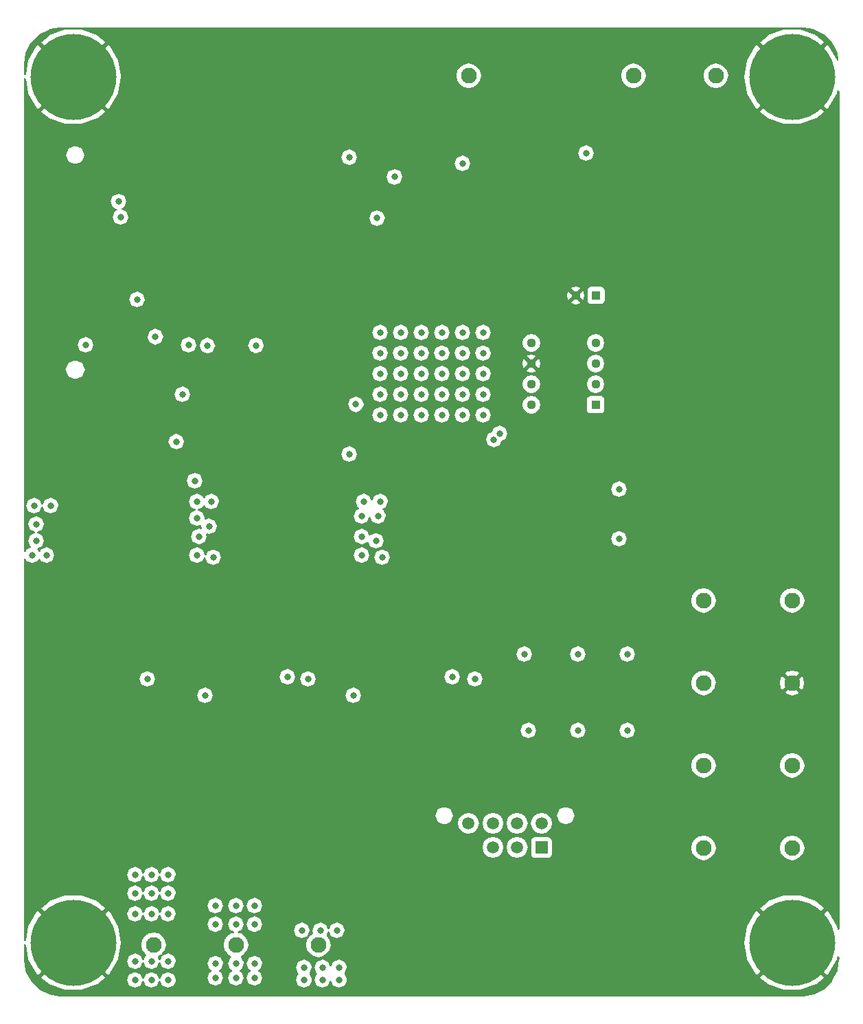
<source format=gbr>
%TF.GenerationSoftware,KiCad,Pcbnew,(6.0.9)*%
%TF.CreationDate,2023-03-24T12:27:37+01:00*%
%TF.ProjectId,twoLevelInverter,74776f4c-6576-4656-9c49-6e7665727465,rev?*%
%TF.SameCoordinates,Original*%
%TF.FileFunction,Copper,L2,Inr*%
%TF.FilePolarity,Positive*%
%FSLAX46Y46*%
G04 Gerber Fmt 4.6, Leading zero omitted, Abs format (unit mm)*
G04 Created by KiCad (PCBNEW (6.0.9)) date 2023-03-24 12:27:37*
%MOMM*%
%LPD*%
G01*
G04 APERTURE LIST*
%TA.AperFunction,ComponentPad*%
%ADD10R,1.100000X1.100000*%
%TD*%
%TA.AperFunction,ComponentPad*%
%ADD11C,1.100000*%
%TD*%
%TA.AperFunction,ComponentPad*%
%ADD12R,1.130000X1.130000*%
%TD*%
%TA.AperFunction,ComponentPad*%
%ADD13C,1.130000*%
%TD*%
%TA.AperFunction,ComponentPad*%
%ADD14C,0.900000*%
%TD*%
%TA.AperFunction,ComponentPad*%
%ADD15C,10.600000*%
%TD*%
%TA.AperFunction,ComponentPad*%
%ADD16C,1.950000*%
%TD*%
%TA.AperFunction,ComponentPad*%
%ADD17R,1.520000X1.520000*%
%TD*%
%TA.AperFunction,ComponentPad*%
%ADD18C,1.520000*%
%TD*%
%TA.AperFunction,ViaPad*%
%ADD19C,0.800000*%
%TD*%
G04 APERTURE END LIST*
D10*
%TO.N,+3V3*%
%TO.C,C19*%
X218400000Y-74168000D03*
D11*
%TO.N,GND*%
X215900000Y-74168000D03*
%TD*%
D12*
%TO.N,Net-(C17-Pad2)*%
%TO.C,IC8*%
X218346000Y-87630000D03*
D13*
%TO.N,unconnected-(IC8-Pad2)*%
X218346000Y-85090000D03*
%TO.N,unconnected-(IC8-Pad3)*%
X218346000Y-82550000D03*
%TO.N,+3V3*%
X218346000Y-80010000D03*
%TO.N,unconnected-(IC8-Pad5)*%
X210406000Y-80010000D03*
%TO.N,GND*%
X210406000Y-82550000D03*
%TO.N,+24V*%
X210406000Y-85090000D03*
%TO.N,Net-(C17-Pad1)*%
X210406000Y-87630000D03*
%TD*%
D14*
%TO.N,GND*%
%TO.C,H3*%
X245380749Y-151113251D03*
X245380749Y-156734749D03*
X239759251Y-156734749D03*
D15*
X242570000Y-153924000D03*
D14*
X238595000Y-153924000D03*
X242570000Y-157899000D03*
X242570000Y-149949000D03*
X246545000Y-153924000D03*
X239759251Y-151113251D03*
%TD*%
D16*
%TO.N,/B_1*%
%TO.C,J3*%
X242570000Y-142240000D03*
%TO.N,/A_1*%
X242570000Y-132080000D03*
%TO.N,GND*%
X242570000Y-121920000D03*
%TO.N,+5V*%
X242570000Y-111760000D03*
%TD*%
D14*
%TO.N,GND*%
%TO.C,H1*%
X156734749Y-156734749D03*
X149949000Y-153924000D03*
X156734749Y-151113251D03*
X153924000Y-157899000D03*
X157899000Y-153924000D03*
X151113251Y-156734749D03*
D15*
X153924000Y-153924000D03*
D14*
X151113251Y-151113251D03*
X153924000Y-149949000D03*
%TD*%
%TO.N,GND*%
%TO.C,H2*%
X156734749Y-44433251D03*
X149949000Y-47244000D03*
D15*
X153924000Y-47244000D03*
D14*
X153924000Y-43269000D03*
X153924000Y-51219000D03*
X151113251Y-44433251D03*
X156734749Y-50054749D03*
X151113251Y-50054749D03*
X157899000Y-47244000D03*
%TD*%
D16*
%TO.N,/Phase_A*%
%TO.C,J4*%
X163830000Y-154178000D03*
%TO.N,/Phase_B*%
X173990000Y-154178000D03*
%TO.N,/Phase_C*%
X184150000Y-154178000D03*
%TO.N,GND*%
X194310000Y-154178000D03*
%TD*%
D14*
%TO.N,GND*%
%TO.C,H4*%
X239759251Y-50054749D03*
X242570000Y-43269000D03*
X246545000Y-47244000D03*
D15*
X242570000Y-47244000D03*
D14*
X239759251Y-44433251D03*
X245380749Y-50054749D03*
X245380749Y-44433251D03*
X242570000Y-51219000D03*
X238595000Y-47244000D03*
%TD*%
D16*
%TO.N,/HALL_A*%
%TO.C,J8*%
X231648000Y-142240000D03*
%TO.N,/HALL_B*%
X231648000Y-132080000D03*
%TO.N,/HALL_C*%
X231648000Y-121920000D03*
%TO.N,+5V*%
X231648000Y-111760000D03*
%TD*%
%TO.N,+5V*%
%TO.C,J5*%
X233172000Y-47117000D03*
%TO.N,+3V3*%
X223012000Y-47117000D03*
%TO.N,GND*%
X212852000Y-47117000D03*
%TO.N,+24V*%
X202692000Y-47117000D03*
%TD*%
D17*
%TO.N,/Phase_C*%
%TO.C,J2*%
X211667250Y-142192000D03*
D18*
%TO.N,/Phase_B*%
X208667250Y-142192000D03*
%TO.N,/Phase_A*%
X205667250Y-142192000D03*
%TO.N,GND*%
X202667250Y-142192000D03*
%TO.N,/HALL_A*%
X211667250Y-139192000D03*
%TO.N,/HALL_B*%
X208667250Y-139192000D03*
%TO.N,/HALL_C*%
X205667250Y-139192000D03*
%TO.N,+5V*%
X202667250Y-139192000D03*
%TD*%
D19*
%TO.N,/HB2_IS*%
X168910000Y-97015500D03*
X159512000Y-62604500D03*
%TO.N,/HB3_IS*%
X188771424Y-87580576D03*
X187960000Y-93726000D03*
%TO.N,/EN_5V*%
X187960000Y-57150000D03*
X155448000Y-80264000D03*
%TO.N,/HB3_INH*%
X164062023Y-79269977D03*
X176453129Y-80340871D03*
%TO.N,/Phase_C*%
X184658000Y-156972000D03*
X186690000Y-156972000D03*
X182372000Y-156972000D03*
X186436000Y-152400000D03*
X184658000Y-158496000D03*
X186690000Y-158496000D03*
X182118000Y-152400000D03*
X182372000Y-158496000D03*
X184404000Y-152400000D03*
%TO.N,/Phase_B*%
X176276000Y-151638000D03*
X176276000Y-158242000D03*
X171450000Y-156464000D03*
X173990000Y-158242000D03*
X176276000Y-149352000D03*
X176276000Y-156464000D03*
X171450000Y-151638000D03*
X173990000Y-156464000D03*
X171450000Y-149352000D03*
X173990000Y-151638000D03*
X171450000Y-158242000D03*
X173990000Y-149352000D03*
%TO.N,/Phase_A*%
X165608000Y-150368000D03*
X161544000Y-156210000D03*
X163576000Y-150368000D03*
X161544000Y-150368000D03*
X161544000Y-147828000D03*
X163576000Y-156210000D03*
X163576000Y-145542000D03*
X165608000Y-145542000D03*
X165608000Y-158496000D03*
X161544000Y-158496000D03*
X165608000Y-156210000D03*
X163576000Y-147828000D03*
X163576000Y-158496000D03*
X161544000Y-145542000D03*
X165608000Y-147828000D03*
%TO.N,/HALL_A*%
X210058000Y-127762000D03*
%TO.N,/HALL_B*%
X216154000Y-127762000D03*
%TO.N,/HALL_C*%
X222250000Y-127762000D03*
%TO.N,GND*%
X155702000Y-92456000D03*
X182372000Y-103886000D03*
X184658000Y-128270000D03*
X163322000Y-103632000D03*
X176276000Y-60071000D03*
X164084000Y-129540000D03*
X184404000Y-56261000D03*
X207264000Y-128524000D03*
X207264000Y-129794000D03*
X183642000Y-103886000D03*
X180340000Y-92710000D03*
X224790000Y-129286000D03*
X170942000Y-56642000D03*
X166116000Y-128270000D03*
X213360000Y-54991000D03*
X162052000Y-105410000D03*
X208280000Y-57531000D03*
X186690000Y-129794000D03*
X183642000Y-105664000D03*
X160528000Y-105410000D03*
X202946000Y-101854000D03*
X210820000Y-57531000D03*
X198882000Y-96520000D03*
X201422000Y-101854000D03*
X160528000Y-101600000D03*
X201422000Y-105664000D03*
X171196000Y-60071000D03*
X218694000Y-129286000D03*
X211074000Y-49911000D03*
X191135000Y-61468000D03*
X178816000Y-62611000D03*
X210820000Y-52451000D03*
X204978000Y-128524000D03*
X204216000Y-103886000D03*
X181356000Y-60071000D03*
X166116000Y-129540000D03*
X182372000Y-101854000D03*
X201422000Y-96520000D03*
X217997500Y-68580000D03*
X201422000Y-103886000D03*
X176022000Y-56769000D03*
X202946000Y-103886000D03*
X153162000Y-92456000D03*
X178816000Y-60071000D03*
X180848000Y-105664000D03*
X204216000Y-105664000D03*
X217616500Y-63500000D03*
X160528000Y-103632000D03*
X213360000Y-49911000D03*
X162052000Y-101600000D03*
X202946000Y-105664000D03*
X162052000Y-103632000D03*
X184658000Y-129794000D03*
X180848000Y-101854000D03*
X160528000Y-92456000D03*
X183642000Y-101854000D03*
X204216000Y-101854000D03*
X176276000Y-62611000D03*
X171196000Y-62611000D03*
X163322000Y-105410000D03*
X186690000Y-128270000D03*
X164084000Y-128270000D03*
X197231000Y-61468000D03*
X173736000Y-62611000D03*
X158242000Y-92456000D03*
X173736000Y-60071000D03*
X217616500Y-65151000D03*
X180848000Y-103886000D03*
X173228000Y-92710000D03*
X182372000Y-105664000D03*
X208280000Y-49911000D03*
X234950000Y-98044000D03*
X212598000Y-129286000D03*
X208280000Y-54991000D03*
X204978000Y-129794000D03*
X213360000Y-57531000D03*
X213360000Y-52451000D03*
X163322000Y-101600000D03*
X184404000Y-58801000D03*
X178054000Y-92710000D03*
X181356000Y-62611000D03*
X234950000Y-106680000D03*
X210820000Y-54991000D03*
X196342000Y-96520000D03*
X175514000Y-92710000D03*
X208280000Y-52451000D03*
%TO.N,+24V*%
X204470000Y-86360000D03*
X191770000Y-78740000D03*
X191770000Y-99568000D03*
X191516000Y-101346000D03*
X196850000Y-81280000D03*
X151130000Y-100076000D03*
X169164000Y-99568000D03*
X194310000Y-88900000D03*
X196850000Y-88900000D03*
X199390000Y-86360000D03*
X191770000Y-88900000D03*
X199390000Y-83820000D03*
X191770000Y-86360000D03*
X204470000Y-81280000D03*
X191262000Y-104394000D03*
X189484000Y-106172000D03*
X192024000Y-106426000D03*
X201930000Y-57912000D03*
X150622000Y-106172000D03*
X194310000Y-83820000D03*
X196850000Y-83820000D03*
X201930000Y-78740000D03*
X149352000Y-104394000D03*
X199390000Y-88900000D03*
X170942000Y-99568000D03*
X189484000Y-103886000D03*
X201930000Y-81280000D03*
X191770000Y-83820000D03*
X199390000Y-81280000D03*
X169418000Y-103886000D03*
X191770000Y-81280000D03*
X204470000Y-83820000D03*
X189484000Y-101346000D03*
X170688000Y-102616000D03*
X196850000Y-86360000D03*
X204470000Y-78740000D03*
X194310000Y-78740000D03*
X204470000Y-88900000D03*
X169164000Y-101600000D03*
X201930000Y-88900000D03*
X189738000Y-99568000D03*
X169164000Y-106172000D03*
X194310000Y-86360000D03*
X199390000Y-78740000D03*
X149098000Y-100076000D03*
X148844000Y-106172000D03*
X194310000Y-81280000D03*
X149352000Y-102362000D03*
X201930000Y-86360000D03*
X201930000Y-83820000D03*
X196850000Y-78740000D03*
X171196000Y-106426000D03*
X217170000Y-56642000D03*
%TO.N,+3V3*%
X188468000Y-123444000D03*
X180340000Y-121158000D03*
X200660000Y-121158000D03*
X170180000Y-123444000D03*
%TO.N,Net-(C13-Pad1)*%
X191389000Y-64643000D03*
X193548000Y-59563000D03*
%TO.N,/current_A*%
X166636500Y-92202000D03*
X163068000Y-121412000D03*
%TO.N,/current_B*%
X167386000Y-86360000D03*
X182880000Y-121412000D03*
%TO.N,/current_C*%
X159766000Y-64516000D03*
X203454000Y-121412000D03*
%TO.N,/A_1_3V3*%
X206502000Y-91186000D03*
X221234000Y-98044000D03*
%TO.N,/B_1_3V3*%
X221234000Y-104140000D03*
X205795244Y-91935500D03*
%TO.N,/HALL_B_3V3*%
X216154000Y-118364000D03*
X168148000Y-80264000D03*
%TO.N,/HALL_A_3V3*%
X161798000Y-74676000D03*
X209550000Y-118364000D03*
%TO.N,/HALL_C_3V3*%
X222250000Y-118364000D03*
X170476403Y-80350357D03*
%TD*%
%TA.AperFunction,Conductor*%
%TO.N,GND*%
G36*
X243762009Y-41158091D02*
G01*
X243840000Y-41190396D01*
X243880337Y-41173688D01*
X243948266Y-41165648D01*
X245232962Y-41369123D01*
X245270451Y-41381304D01*
X246509281Y-42012520D01*
X246541173Y-42035692D01*
X247524308Y-43018827D01*
X247547480Y-43050718D01*
X247748892Y-43446011D01*
X248178695Y-44289547D01*
X248190877Y-44327039D01*
X248310776Y-45084053D01*
X248288263Y-45177825D01*
X248206038Y-45228213D01*
X248112266Y-45205700D01*
X248077208Y-45166764D01*
X247093335Y-43462645D01*
X247079377Y-43446011D01*
X246868337Y-43268927D01*
X246855402Y-43264849D01*
X246843961Y-43301134D01*
X246844439Y-43312076D01*
X246815131Y-43358080D01*
X242946934Y-47226276D01*
X242939592Y-47244000D01*
X242946934Y-47261724D01*
X246817818Y-51132607D01*
X246854723Y-51221702D01*
X246854468Y-51222983D01*
X246855251Y-51224872D01*
X246866157Y-51220902D01*
X247079377Y-51041989D01*
X247093334Y-51025355D01*
X248106416Y-49270645D01*
X248113843Y-49250241D01*
X248161414Y-48980454D01*
X248213229Y-48899121D01*
X248307380Y-48878248D01*
X248388713Y-48930063D01*
X248411500Y-49002334D01*
X248411500Y-152165666D01*
X248374595Y-152254761D01*
X248285500Y-152291666D01*
X248196405Y-152254761D01*
X248161414Y-152187546D01*
X248113843Y-151917759D01*
X248106416Y-151897355D01*
X247093334Y-150142645D01*
X247079377Y-150126011D01*
X246868337Y-149948927D01*
X246855402Y-149944849D01*
X246843961Y-149981134D01*
X246844439Y-149992076D01*
X246815131Y-150038080D01*
X242946934Y-153906276D01*
X242939592Y-153924000D01*
X242946934Y-153941724D01*
X246817818Y-157812607D01*
X246854723Y-157901702D01*
X246854468Y-157902983D01*
X246855251Y-157904872D01*
X246866157Y-157900902D01*
X247079377Y-157721989D01*
X247093334Y-157705355D01*
X248106416Y-155950645D01*
X248113843Y-155930241D01*
X248161414Y-155660454D01*
X248213229Y-155579121D01*
X248307380Y-155558248D01*
X248388713Y-155610063D01*
X248411500Y-155682334D01*
X248411500Y-155829791D01*
X248401909Y-155878009D01*
X248369604Y-155956000D01*
X248379195Y-155979155D01*
X248386312Y-155996337D01*
X248394352Y-156064266D01*
X248208675Y-157236591D01*
X248190877Y-157348961D01*
X248178696Y-157386451D01*
X247716388Y-158293780D01*
X247547480Y-158625281D01*
X247524308Y-158657173D01*
X246541173Y-159640308D01*
X246509282Y-159663480D01*
X245270451Y-160294696D01*
X245232962Y-160306877D01*
X243948266Y-160510352D01*
X243880337Y-160502312D01*
X243863155Y-160495195D01*
X243840000Y-160485604D01*
X243766833Y-160515911D01*
X243762009Y-160517909D01*
X243713791Y-160527500D01*
X152526209Y-160527500D01*
X152477991Y-160517909D01*
X152473168Y-160515911D01*
X152400000Y-160485604D01*
X152376845Y-160495195D01*
X152359663Y-160502312D01*
X152291734Y-160510352D01*
X151007038Y-160306877D01*
X150969549Y-160294696D01*
X149730718Y-159663480D01*
X149698827Y-159640308D01*
X148715692Y-158657173D01*
X148692520Y-158625281D01*
X148523612Y-158293780D01*
X148481156Y-158210456D01*
X150007137Y-158210456D01*
X150012668Y-158223809D01*
X150966756Y-159024384D01*
X150985560Y-159035241D01*
X152889532Y-159728229D01*
X152910918Y-159732000D01*
X154937082Y-159732000D01*
X154958468Y-159728229D01*
X156862440Y-159035241D01*
X156881244Y-159024384D01*
X157510947Y-158496000D01*
X160560647Y-158496000D01*
X160570238Y-158519155D01*
X160621561Y-158643060D01*
X160848664Y-159191336D01*
X161544000Y-159479353D01*
X162239336Y-159191336D01*
X162443591Y-158698220D01*
X162511782Y-158630029D01*
X162608218Y-158630029D01*
X162676409Y-158698220D01*
X162880664Y-159191336D01*
X163576000Y-159479353D01*
X164271336Y-159191336D01*
X164475591Y-158698220D01*
X164543782Y-158630029D01*
X164640218Y-158630029D01*
X164708409Y-158698220D01*
X164912664Y-159191336D01*
X165608000Y-159479353D01*
X166303336Y-159191336D01*
X166530439Y-158643060D01*
X166581762Y-158519155D01*
X166591353Y-158496000D01*
X166535837Y-158361971D01*
X166486143Y-158242000D01*
X170466647Y-158242000D01*
X170476238Y-158265155D01*
X170546873Y-158435683D01*
X170754664Y-158937336D01*
X170964817Y-159024384D01*
X171367876Y-159191336D01*
X171450000Y-159225353D01*
X171532125Y-159191336D01*
X171935183Y-159024384D01*
X172145336Y-158937336D01*
X172353127Y-158435683D01*
X172423762Y-158265155D01*
X172433353Y-158242000D01*
X172145336Y-157546664D01*
X171958826Y-157469409D01*
X171890635Y-157401218D01*
X171890635Y-157304782D01*
X171958826Y-157236591D01*
X172017362Y-157212344D01*
X172145336Y-157159336D01*
X172433353Y-156464000D01*
X172383660Y-156344029D01*
X172181037Y-155854854D01*
X172145336Y-155768664D01*
X171536994Y-155516681D01*
X171473155Y-155490238D01*
X171450000Y-155480647D01*
X171426845Y-155490238D01*
X171363006Y-155516681D01*
X170754664Y-155768664D01*
X170718963Y-155854854D01*
X170516341Y-156344029D01*
X170466647Y-156464000D01*
X170754664Y-157159336D01*
X170882638Y-157212344D01*
X170941174Y-157236591D01*
X171009365Y-157304782D01*
X171009365Y-157401218D01*
X170941174Y-157469409D01*
X170754664Y-157546664D01*
X170466647Y-158242000D01*
X166486143Y-158242000D01*
X166472702Y-158209551D01*
X166303336Y-157800664D01*
X165746021Y-157569817D01*
X165631155Y-157522238D01*
X165608000Y-157512647D01*
X165584845Y-157522238D01*
X165469979Y-157569817D01*
X164912664Y-157800664D01*
X164871902Y-157899073D01*
X164708409Y-158293780D01*
X164640218Y-158361971D01*
X164543782Y-158361971D01*
X164475591Y-158293780D01*
X164312098Y-157899073D01*
X164271336Y-157800664D01*
X163714021Y-157569817D01*
X163599155Y-157522238D01*
X163576000Y-157512647D01*
X163552845Y-157522238D01*
X163437979Y-157569817D01*
X162880664Y-157800664D01*
X162839902Y-157899073D01*
X162676409Y-158293780D01*
X162608218Y-158361971D01*
X162511782Y-158361971D01*
X162443591Y-158293780D01*
X162280098Y-157899073D01*
X162239336Y-157800664D01*
X161682021Y-157569817D01*
X161567155Y-157522238D01*
X161544000Y-157512647D01*
X161520845Y-157522238D01*
X161405979Y-157569817D01*
X160848664Y-157800664D01*
X160679298Y-158209551D01*
X160616164Y-158361971D01*
X160560647Y-158496000D01*
X157510947Y-158496000D01*
X157832046Y-158226566D01*
X157840904Y-158209551D01*
X157836558Y-158195769D01*
X153941724Y-154300934D01*
X153924000Y-154293592D01*
X153906276Y-154300934D01*
X150014479Y-158192732D01*
X150007137Y-158210456D01*
X148481156Y-158210456D01*
X148061304Y-157386451D01*
X148049123Y-157348961D01*
X148031326Y-157236591D01*
X147845648Y-156064266D01*
X147853688Y-155996337D01*
X147860805Y-155979155D01*
X147870396Y-155956000D01*
X147838091Y-155878009D01*
X147828500Y-155829791D01*
X147828500Y-154241830D01*
X147865405Y-154152735D01*
X147954500Y-154115830D01*
X148043595Y-154152735D01*
X148078586Y-154219950D01*
X148380157Y-155930241D01*
X148387584Y-155950645D01*
X149400666Y-157705355D01*
X149414623Y-157721989D01*
X149625663Y-157899073D01*
X149638598Y-157903151D01*
X149650039Y-157866866D01*
X149649561Y-157855924D01*
X149678869Y-157809920D01*
X153547066Y-153941724D01*
X153554408Y-153924000D01*
X154293592Y-153924000D01*
X154300934Y-153941724D01*
X158171818Y-157812607D01*
X158208723Y-157901702D01*
X158208468Y-157902983D01*
X158209251Y-157904872D01*
X158220157Y-157900902D01*
X158433377Y-157721989D01*
X158447334Y-157705355D01*
X159310677Y-156210000D01*
X160560647Y-156210000D01*
X160570238Y-156233155D01*
X160640873Y-156403683D01*
X160848664Y-156905336D01*
X161065507Y-156995155D01*
X161461876Y-157159336D01*
X161544000Y-157193353D01*
X161626125Y-157159336D01*
X162022493Y-156995155D01*
X162239336Y-156905336D01*
X162443591Y-156412220D01*
X162511782Y-156344029D01*
X162608218Y-156344029D01*
X162676409Y-156412220D01*
X162880664Y-156905336D01*
X163097507Y-156995155D01*
X163493876Y-157159336D01*
X163576000Y-157193353D01*
X163658125Y-157159336D01*
X164054493Y-156995155D01*
X164271336Y-156905336D01*
X164475591Y-156412220D01*
X164543782Y-156344029D01*
X164640218Y-156344029D01*
X164708409Y-156412220D01*
X164912664Y-156905336D01*
X165129507Y-156995155D01*
X165525876Y-157159336D01*
X165608000Y-157193353D01*
X165690125Y-157159336D01*
X166086493Y-156995155D01*
X166303336Y-156905336D01*
X166511127Y-156403683D01*
X166581762Y-156233155D01*
X166591353Y-156210000D01*
X166535837Y-156075971D01*
X166383720Y-155708728D01*
X166303336Y-155514664D01*
X165608000Y-155226647D01*
X165008265Y-155475065D01*
X164915259Y-155475065D01*
X164918888Y-155493311D01*
X164911718Y-155516948D01*
X164708409Y-156007780D01*
X164640218Y-156075971D01*
X164543782Y-156075971D01*
X164475591Y-156007780D01*
X164360246Y-155729312D01*
X164360246Y-155632876D01*
X164412383Y-155580739D01*
X164408833Y-155575426D01*
X164514122Y-155505074D01*
X164725307Y-155363965D01*
X164819890Y-155345151D01*
X164843639Y-155361020D01*
X164843639Y-155310438D01*
X164881517Y-155264280D01*
X164880451Y-155263214D01*
X164889228Y-155254437D01*
X164899544Y-155247544D01*
X165227426Y-154756833D01*
X165342563Y-154178000D01*
X172477437Y-154178000D01*
X172592574Y-154756833D01*
X172920456Y-155247544D01*
X172930772Y-155254437D01*
X173349110Y-155533961D01*
X173402687Y-155614145D01*
X173383873Y-155708728D01*
X173327326Y-155755135D01*
X173294664Y-155768664D01*
X173258963Y-155854854D01*
X173056341Y-156344029D01*
X173006647Y-156464000D01*
X173294664Y-157159336D01*
X173422638Y-157212344D01*
X173481174Y-157236591D01*
X173549365Y-157304782D01*
X173549365Y-157401218D01*
X173481174Y-157469409D01*
X173294664Y-157546664D01*
X173006647Y-158242000D01*
X173016238Y-158265155D01*
X173086873Y-158435683D01*
X173294664Y-158937336D01*
X173504817Y-159024384D01*
X173907876Y-159191336D01*
X173990000Y-159225353D01*
X174072125Y-159191336D01*
X174475183Y-159024384D01*
X174685336Y-158937336D01*
X174893127Y-158435683D01*
X174963762Y-158265155D01*
X174973353Y-158242000D01*
X175292647Y-158242000D01*
X175302238Y-158265155D01*
X175372873Y-158435683D01*
X175580664Y-158937336D01*
X175790817Y-159024384D01*
X176193876Y-159191336D01*
X176276000Y-159225353D01*
X176358125Y-159191336D01*
X176761183Y-159024384D01*
X176971336Y-158937336D01*
X177154143Y-158496000D01*
X181388647Y-158496000D01*
X181398238Y-158519155D01*
X181449561Y-158643060D01*
X181676664Y-159191336D01*
X182372000Y-159479353D01*
X183067336Y-159191336D01*
X183294439Y-158643060D01*
X183345762Y-158519155D01*
X183355353Y-158496000D01*
X183674647Y-158496000D01*
X183684238Y-158519155D01*
X183735561Y-158643060D01*
X183962664Y-159191336D01*
X184658000Y-159479353D01*
X185353336Y-159191336D01*
X185557591Y-158698220D01*
X185625782Y-158630029D01*
X185722218Y-158630029D01*
X185790409Y-158698220D01*
X185994664Y-159191336D01*
X186690000Y-159479353D01*
X187385336Y-159191336D01*
X187612439Y-158643060D01*
X187663762Y-158519155D01*
X187673353Y-158496000D01*
X187617837Y-158361971D01*
X187555077Y-158210456D01*
X238653137Y-158210456D01*
X238658668Y-158223809D01*
X239612756Y-159024384D01*
X239631560Y-159035241D01*
X241535532Y-159728229D01*
X241556918Y-159732000D01*
X243583082Y-159732000D01*
X243604468Y-159728229D01*
X245508440Y-159035241D01*
X245527244Y-159024384D01*
X246478046Y-158226566D01*
X246486904Y-158209551D01*
X246482558Y-158195769D01*
X242587724Y-154300934D01*
X242570000Y-154293592D01*
X242552276Y-154300934D01*
X238660479Y-158192732D01*
X238653137Y-158210456D01*
X187555077Y-158210456D01*
X187554702Y-158209551D01*
X187385336Y-157800664D01*
X187384825Y-157800452D01*
X187357299Y-157734000D01*
X187384825Y-157667548D01*
X187385336Y-157667336D01*
X187605346Y-157136183D01*
X187663762Y-156995155D01*
X187673353Y-156972000D01*
X187617837Y-156837971D01*
X187394926Y-156299817D01*
X187385336Y-156276664D01*
X186690000Y-155988647D01*
X185994664Y-156276664D01*
X185985074Y-156299817D01*
X185790409Y-156769780D01*
X185722218Y-156837971D01*
X185625782Y-156837971D01*
X185557591Y-156769780D01*
X185362926Y-156299817D01*
X185353336Y-156276664D01*
X184658000Y-155988647D01*
X183962664Y-156276664D01*
X183953074Y-156299817D01*
X183730164Y-156837971D01*
X183674647Y-156972000D01*
X183684238Y-156995155D01*
X183742654Y-157136183D01*
X183962664Y-157667336D01*
X183963175Y-157667548D01*
X183990701Y-157734000D01*
X183963175Y-157800452D01*
X183962664Y-157800664D01*
X183793298Y-158209551D01*
X183730164Y-158361971D01*
X183674647Y-158496000D01*
X183355353Y-158496000D01*
X183299837Y-158361971D01*
X183236702Y-158209551D01*
X183067336Y-157800664D01*
X183066825Y-157800452D01*
X183039299Y-157734000D01*
X183066825Y-157667548D01*
X183067336Y-157667336D01*
X183287346Y-157136183D01*
X183345762Y-156995155D01*
X183355353Y-156972000D01*
X183299837Y-156837971D01*
X183076926Y-156299817D01*
X183067336Y-156276664D01*
X182372000Y-155988647D01*
X181676664Y-156276664D01*
X181667074Y-156299817D01*
X181444164Y-156837971D01*
X181388647Y-156972000D01*
X181398238Y-156995155D01*
X181456654Y-157136183D01*
X181676664Y-157667336D01*
X181677175Y-157667548D01*
X181704701Y-157734000D01*
X181677175Y-157800452D01*
X181676664Y-157800664D01*
X181507298Y-158209551D01*
X181444164Y-158361971D01*
X181388647Y-158496000D01*
X177154143Y-158496000D01*
X177179127Y-158435683D01*
X177249762Y-158265155D01*
X177259353Y-158242000D01*
X176971336Y-157546664D01*
X176784826Y-157469409D01*
X176716635Y-157401218D01*
X176716635Y-157304782D01*
X176784826Y-157236591D01*
X176843362Y-157212344D01*
X176971336Y-157159336D01*
X177259353Y-156464000D01*
X177209660Y-156344029D01*
X177007037Y-155854854D01*
X176971336Y-155768664D01*
X176362994Y-155516681D01*
X176299155Y-155490238D01*
X176276000Y-155480647D01*
X176252845Y-155490238D01*
X176189006Y-155516681D01*
X175580664Y-155768664D01*
X175544963Y-155854854D01*
X175342341Y-156344029D01*
X175292647Y-156464000D01*
X175580664Y-157159336D01*
X175708638Y-157212344D01*
X175767174Y-157236591D01*
X175835365Y-157304782D01*
X175835365Y-157401218D01*
X175767174Y-157469409D01*
X175580664Y-157546664D01*
X175292647Y-158242000D01*
X174973353Y-158242000D01*
X174685336Y-157546664D01*
X174498826Y-157469409D01*
X174430635Y-157401218D01*
X174430635Y-157304782D01*
X174498826Y-157236591D01*
X174557362Y-157212344D01*
X174685336Y-157159336D01*
X174973353Y-156464000D01*
X174923660Y-156344029D01*
X174721037Y-155854854D01*
X174685336Y-155768664D01*
X174652674Y-155755135D01*
X174584483Y-155686944D01*
X174584483Y-155590508D01*
X174630890Y-155533961D01*
X175049228Y-155254437D01*
X175059544Y-155247544D01*
X175387426Y-154756833D01*
X175502563Y-154178000D01*
X182637437Y-154178000D01*
X182752574Y-154756833D01*
X183080456Y-155247544D01*
X183571167Y-155575426D01*
X184150000Y-155690563D01*
X184728833Y-155575426D01*
X185219544Y-155247544D01*
X185547426Y-154756833D01*
X185662563Y-154178000D01*
X185614198Y-153934855D01*
X236674316Y-153934855D01*
X237026157Y-155930241D01*
X237033584Y-155950645D01*
X238046666Y-157705355D01*
X238060623Y-157721989D01*
X238271663Y-157899073D01*
X238284598Y-157903151D01*
X238296039Y-157866866D01*
X238295561Y-157855924D01*
X238324869Y-157809920D01*
X242193066Y-153941724D01*
X242200408Y-153924000D01*
X242193066Y-153906276D01*
X238322182Y-150035393D01*
X238285277Y-149946298D01*
X238285532Y-149945017D01*
X238284749Y-149943128D01*
X238273843Y-149947098D01*
X238060623Y-150126011D01*
X238046666Y-150142645D01*
X237033584Y-151897355D01*
X237026157Y-151917759D01*
X236674316Y-153913145D01*
X236674316Y-153934855D01*
X185614198Y-153934855D01*
X185547426Y-153599167D01*
X185232302Y-153127549D01*
X185226437Y-153118772D01*
X185219544Y-153108456D01*
X185207117Y-153100152D01*
X185205705Y-153098040D01*
X185200451Y-153092786D01*
X185201496Y-153091741D01*
X185153539Y-153019969D01*
X185160709Y-152947169D01*
X185303591Y-152602220D01*
X185371782Y-152534029D01*
X185468218Y-152534029D01*
X185536409Y-152602220D01*
X185544334Y-152621353D01*
X185740664Y-153095336D01*
X186436000Y-153383353D01*
X187131336Y-153095336D01*
X187352925Y-152560372D01*
X187409762Y-152423155D01*
X187419353Y-152400000D01*
X187363837Y-152265971D01*
X187322289Y-152165666D01*
X187131336Y-151704664D01*
X186436000Y-151416647D01*
X185740664Y-151704664D01*
X185731074Y-151727817D01*
X185536409Y-152197780D01*
X185468218Y-152265971D01*
X185371782Y-152265971D01*
X185303591Y-152197780D01*
X185108926Y-151727817D01*
X185099336Y-151704664D01*
X184404000Y-151416647D01*
X183708664Y-151704664D01*
X183517711Y-152165666D01*
X183476164Y-152265971D01*
X183420647Y-152400000D01*
X183536044Y-152678592D01*
X183537171Y-152681314D01*
X183537171Y-152777750D01*
X183490764Y-152834297D01*
X183098676Y-153096282D01*
X183080456Y-153108456D01*
X183073563Y-153118772D01*
X183064786Y-153127549D01*
X183062770Y-153125533D01*
X182993920Y-153171532D01*
X182975679Y-153167903D01*
X182975679Y-153260909D01*
X182964036Y-153282691D01*
X182752574Y-153599167D01*
X182637437Y-154178000D01*
X175502563Y-154178000D01*
X175387426Y-153599167D01*
X175072302Y-153127549D01*
X175066437Y-153118772D01*
X175059544Y-153108456D01*
X175039909Y-153095336D01*
X174579152Y-152787469D01*
X174568833Y-152780574D01*
X174325485Y-152732169D01*
X174245302Y-152678592D01*
X174226488Y-152584008D01*
X174280065Y-152503825D01*
X174301849Y-152492181D01*
X174468493Y-152423155D01*
X174685336Y-152333336D01*
X174973353Y-151638000D01*
X175292647Y-151638000D01*
X175580664Y-152333336D01*
X175797507Y-152423155D01*
X176128779Y-152560372D01*
X176276000Y-152621353D01*
X176423222Y-152560372D01*
X176754493Y-152423155D01*
X176810394Y-152400000D01*
X181134647Y-152400000D01*
X181144238Y-152423155D01*
X181201075Y-152560372D01*
X181422664Y-153095336D01*
X182118000Y-153383353D01*
X182811052Y-153096282D01*
X182861634Y-153096282D01*
X182845764Y-153072528D01*
X182852935Y-152999736D01*
X183101353Y-152400000D01*
X183045837Y-152265971D01*
X183004289Y-152165666D01*
X182813336Y-151704664D01*
X182118000Y-151416647D01*
X181422664Y-151704664D01*
X181231711Y-152165666D01*
X181190164Y-152265971D01*
X181134647Y-152400000D01*
X176810394Y-152400000D01*
X176971336Y-152333336D01*
X177259353Y-151638000D01*
X176971336Y-150942664D01*
X176276000Y-150654647D01*
X175580664Y-150942664D01*
X175292647Y-151638000D01*
X174973353Y-151638000D01*
X174685336Y-150942664D01*
X173990000Y-150654647D01*
X173294664Y-150942664D01*
X173006647Y-151638000D01*
X173294664Y-152333336D01*
X173511507Y-152423155D01*
X173678151Y-152492181D01*
X173746342Y-152560372D01*
X173746342Y-152656808D01*
X173678151Y-152724999D01*
X173654514Y-152732169D01*
X173411167Y-152780574D01*
X173400848Y-152787469D01*
X172940092Y-153095336D01*
X172920456Y-153108456D01*
X172913563Y-153118772D01*
X172907698Y-153127549D01*
X172592574Y-153599167D01*
X172477437Y-154178000D01*
X165342563Y-154178000D01*
X165227426Y-153599167D01*
X164912302Y-153127549D01*
X164906437Y-153118772D01*
X164899544Y-153108456D01*
X164879909Y-153095336D01*
X164419152Y-152787469D01*
X164408833Y-152780574D01*
X163830000Y-152665437D01*
X163251167Y-152780574D01*
X163240848Y-152787469D01*
X162780092Y-153095336D01*
X162760456Y-153108456D01*
X162753563Y-153118772D01*
X162747698Y-153127549D01*
X162432574Y-153599167D01*
X162317437Y-154178000D01*
X162432574Y-154756833D01*
X162760456Y-155247544D01*
X162770772Y-155254437D01*
X162770774Y-155254439D01*
X162873116Y-155322821D01*
X162926694Y-155403004D01*
X162907880Y-155497587D01*
X162900664Y-155506380D01*
X162880664Y-155514664D01*
X162800280Y-155708728D01*
X162676409Y-156007780D01*
X162608218Y-156075971D01*
X162511782Y-156075971D01*
X162443591Y-156007780D01*
X162319720Y-155708728D01*
X162239336Y-155514664D01*
X161544000Y-155226647D01*
X160848664Y-155514664D01*
X160768280Y-155708728D01*
X160616164Y-156075971D01*
X160560647Y-156210000D01*
X159310677Y-156210000D01*
X159460416Y-155950645D01*
X159467843Y-155930241D01*
X159819684Y-153934855D01*
X159819684Y-153913145D01*
X159467843Y-151917759D01*
X159460416Y-151897355D01*
X159310677Y-151638000D01*
X170466647Y-151638000D01*
X170754664Y-152333336D01*
X170971507Y-152423155D01*
X171302779Y-152560372D01*
X171450000Y-152621353D01*
X171597222Y-152560372D01*
X171928493Y-152423155D01*
X172145336Y-152333336D01*
X172433353Y-151638000D01*
X172145336Y-150942664D01*
X171450000Y-150654647D01*
X170754664Y-150942664D01*
X170466647Y-151638000D01*
X159310677Y-151638000D01*
X158577443Y-150368000D01*
X160560647Y-150368000D01*
X160570238Y-150391155D01*
X160640873Y-150561683D01*
X160848664Y-151063336D01*
X161544000Y-151351353D01*
X162239336Y-151063336D01*
X162443591Y-150570220D01*
X162511782Y-150502029D01*
X162608218Y-150502029D01*
X162676409Y-150570220D01*
X162880664Y-151063336D01*
X163576000Y-151351353D01*
X164271336Y-151063336D01*
X164475591Y-150570220D01*
X164543782Y-150502029D01*
X164640218Y-150502029D01*
X164708409Y-150570220D01*
X164912664Y-151063336D01*
X165608000Y-151351353D01*
X166303336Y-151063336D01*
X166511127Y-150561683D01*
X166581762Y-150391155D01*
X166591353Y-150368000D01*
X166573858Y-150325762D01*
X166448940Y-150024183D01*
X166303336Y-149672664D01*
X165608000Y-149384647D01*
X164912664Y-149672664D01*
X164767060Y-150024183D01*
X164708409Y-150165780D01*
X164640218Y-150233971D01*
X164543782Y-150233971D01*
X164475591Y-150165780D01*
X164416940Y-150024183D01*
X164271336Y-149672664D01*
X163576000Y-149384647D01*
X162880664Y-149672664D01*
X162735060Y-150024183D01*
X162676409Y-150165780D01*
X162608218Y-150233971D01*
X162511782Y-150233971D01*
X162443591Y-150165780D01*
X162384940Y-150024183D01*
X162239336Y-149672664D01*
X161544000Y-149384647D01*
X160848664Y-149672664D01*
X160703060Y-150024183D01*
X160578143Y-150325762D01*
X160560647Y-150368000D01*
X158577443Y-150368000D01*
X158447334Y-150142645D01*
X158433377Y-150126011D01*
X158222337Y-149948927D01*
X158209402Y-149944849D01*
X158197961Y-149981134D01*
X158198439Y-149992076D01*
X158169131Y-150038080D01*
X154300934Y-153906276D01*
X154293592Y-153924000D01*
X153554408Y-153924000D01*
X153547066Y-153906276D01*
X149676182Y-150035393D01*
X149639277Y-149946298D01*
X149639532Y-149945017D01*
X149638749Y-149943128D01*
X149627843Y-149947098D01*
X149414623Y-150126011D01*
X149400666Y-150142645D01*
X148387584Y-151897355D01*
X148380157Y-151917759D01*
X148078586Y-153628050D01*
X148026771Y-153709383D01*
X147932620Y-153730256D01*
X147851287Y-153678441D01*
X147828500Y-153606170D01*
X147828500Y-149638449D01*
X150007096Y-149638449D01*
X150011442Y-149652231D01*
X153906276Y-153547066D01*
X153924000Y-153554408D01*
X153941724Y-153547066D01*
X157833521Y-149655268D01*
X157840863Y-149637544D01*
X157835332Y-149624191D01*
X157510947Y-149352000D01*
X170466647Y-149352000D01*
X170476238Y-149375155D01*
X170546873Y-149545683D01*
X170754664Y-150047336D01*
X171450000Y-150335353D01*
X172145336Y-150047336D01*
X172353127Y-149545683D01*
X172423762Y-149375155D01*
X172433353Y-149352000D01*
X173006647Y-149352000D01*
X173016238Y-149375155D01*
X173086873Y-149545683D01*
X173294664Y-150047336D01*
X173990000Y-150335353D01*
X174685336Y-150047336D01*
X174893127Y-149545683D01*
X174963762Y-149375155D01*
X174973353Y-149352000D01*
X175292647Y-149352000D01*
X175302238Y-149375155D01*
X175372873Y-149545683D01*
X175580664Y-150047336D01*
X176276000Y-150335353D01*
X176971336Y-150047336D01*
X177140702Y-149638449D01*
X238653096Y-149638449D01*
X238657442Y-149652231D01*
X242552276Y-153547066D01*
X242570000Y-153554408D01*
X242587724Y-153547066D01*
X246479521Y-149655268D01*
X246486863Y-149637544D01*
X246481332Y-149624191D01*
X245527244Y-148823616D01*
X245508440Y-148812759D01*
X243604468Y-148119771D01*
X243583082Y-148116000D01*
X241556918Y-148116000D01*
X241535532Y-148119771D01*
X239631560Y-148812759D01*
X239612756Y-148823616D01*
X238661954Y-149621434D01*
X238653096Y-149638449D01*
X177140702Y-149638449D01*
X177179127Y-149545683D01*
X177249762Y-149375155D01*
X177259353Y-149352000D01*
X176971336Y-148656664D01*
X176276000Y-148368647D01*
X175580664Y-148656664D01*
X175292647Y-149352000D01*
X174973353Y-149352000D01*
X174685336Y-148656664D01*
X173990000Y-148368647D01*
X173294664Y-148656664D01*
X173006647Y-149352000D01*
X172433353Y-149352000D01*
X172145336Y-148656664D01*
X171450000Y-148368647D01*
X170754664Y-148656664D01*
X170466647Y-149352000D01*
X157510947Y-149352000D01*
X156881244Y-148823616D01*
X156862440Y-148812759D01*
X154958468Y-148119771D01*
X154937082Y-148116000D01*
X152910918Y-148116000D01*
X152889532Y-148119771D01*
X150985560Y-148812759D01*
X150966756Y-148823616D01*
X150015954Y-149621434D01*
X150007096Y-149638449D01*
X147828500Y-149638449D01*
X147828500Y-147828000D01*
X160560647Y-147828000D01*
X160570238Y-147851155D01*
X160640873Y-148021683D01*
X160848664Y-148523336D01*
X161544000Y-148811353D01*
X162239336Y-148523336D01*
X162443591Y-148030220D01*
X162511782Y-147962029D01*
X162608218Y-147962029D01*
X162676409Y-148030220D01*
X162880664Y-148523336D01*
X163576000Y-148811353D01*
X164271336Y-148523336D01*
X164475591Y-148030220D01*
X164543782Y-147962029D01*
X164640218Y-147962029D01*
X164708409Y-148030220D01*
X164912664Y-148523336D01*
X165608000Y-148811353D01*
X166303336Y-148523336D01*
X166511127Y-148021683D01*
X166581762Y-147851155D01*
X166591353Y-147828000D01*
X166535837Y-147693971D01*
X166312926Y-147155817D01*
X166303336Y-147132664D01*
X165608000Y-146844647D01*
X164912664Y-147132664D01*
X164903074Y-147155817D01*
X164708409Y-147625780D01*
X164640218Y-147693971D01*
X164543782Y-147693971D01*
X164475591Y-147625780D01*
X164280926Y-147155817D01*
X164271336Y-147132664D01*
X163576000Y-146844647D01*
X162880664Y-147132664D01*
X162871074Y-147155817D01*
X162676409Y-147625780D01*
X162608218Y-147693971D01*
X162511782Y-147693971D01*
X162443591Y-147625780D01*
X162248926Y-147155817D01*
X162239336Y-147132664D01*
X161544000Y-146844647D01*
X160848664Y-147132664D01*
X160839074Y-147155817D01*
X160616164Y-147693971D01*
X160560647Y-147828000D01*
X147828500Y-147828000D01*
X147828500Y-145542000D01*
X160560647Y-145542000D01*
X160570238Y-145565155D01*
X160640873Y-145735683D01*
X160848664Y-146237336D01*
X161544000Y-146525353D01*
X162239336Y-146237336D01*
X162443591Y-145744220D01*
X162511782Y-145676029D01*
X162608218Y-145676029D01*
X162676409Y-145744220D01*
X162880664Y-146237336D01*
X163576000Y-146525353D01*
X164271336Y-146237336D01*
X164475591Y-145744220D01*
X164543782Y-145676029D01*
X164640218Y-145676029D01*
X164708409Y-145744220D01*
X164912664Y-146237336D01*
X165608000Y-146525353D01*
X166303336Y-146237336D01*
X166511127Y-145735683D01*
X166581762Y-145565155D01*
X166591353Y-145542000D01*
X166535837Y-145407971D01*
X166312926Y-144869817D01*
X166303336Y-144846664D01*
X165608000Y-144558647D01*
X164912664Y-144846664D01*
X164903074Y-144869817D01*
X164708409Y-145339780D01*
X164640218Y-145407971D01*
X164543782Y-145407971D01*
X164475591Y-145339780D01*
X164280926Y-144869817D01*
X164271336Y-144846664D01*
X163576000Y-144558647D01*
X162880664Y-144846664D01*
X162871074Y-144869817D01*
X162676409Y-145339780D01*
X162608218Y-145407971D01*
X162511782Y-145407971D01*
X162443591Y-145339780D01*
X162248926Y-144869817D01*
X162239336Y-144846664D01*
X161544000Y-144558647D01*
X160848664Y-144846664D01*
X160839074Y-144869817D01*
X160616164Y-145407971D01*
X160560647Y-145542000D01*
X147828500Y-145542000D01*
X147828500Y-142192000D01*
X204373899Y-142192000D01*
X204472349Y-142686944D01*
X204752713Y-143106537D01*
X205172306Y-143386901D01*
X205667250Y-143485351D01*
X206162194Y-143386901D01*
X206581787Y-143106537D01*
X206862151Y-142686944D01*
X206960601Y-142192000D01*
X207373899Y-142192000D01*
X207472349Y-142686944D01*
X207752713Y-143106537D01*
X208172306Y-143386901D01*
X208667250Y-143485351D01*
X209162194Y-143386901D01*
X209581787Y-143106537D01*
X209651582Y-143002082D01*
X210398750Y-143002082D01*
X210428254Y-143150407D01*
X210435146Y-143160722D01*
X210435147Y-143160724D01*
X210527693Y-143299228D01*
X210540642Y-143318608D01*
X210550958Y-143325501D01*
X210698526Y-143424103D01*
X210698528Y-143424104D01*
X210708843Y-143430996D01*
X210857168Y-143460500D01*
X212477332Y-143460500D01*
X212625657Y-143430996D01*
X212635972Y-143424104D01*
X212635974Y-143424103D01*
X212783542Y-143325501D01*
X212793858Y-143318608D01*
X212806807Y-143299228D01*
X212899353Y-143160724D01*
X212899354Y-143160722D01*
X212906246Y-143150407D01*
X212935750Y-143002082D01*
X212935750Y-142240000D01*
X230135437Y-142240000D01*
X230250574Y-142818833D01*
X230578456Y-143309544D01*
X231069167Y-143637426D01*
X231648000Y-143752563D01*
X232226833Y-143637426D01*
X232717544Y-143309544D01*
X233045426Y-142818833D01*
X233160563Y-142240000D01*
X241057437Y-142240000D01*
X241172574Y-142818833D01*
X241500456Y-143309544D01*
X241991167Y-143637426D01*
X242570000Y-143752563D01*
X243148833Y-143637426D01*
X243639544Y-143309544D01*
X243967426Y-142818833D01*
X244082563Y-142240000D01*
X243967426Y-141661167D01*
X243639544Y-141170456D01*
X243148833Y-140842574D01*
X242570000Y-140727437D01*
X241991167Y-140842574D01*
X241500456Y-141170456D01*
X241172574Y-141661167D01*
X241057437Y-142240000D01*
X233160563Y-142240000D01*
X233045426Y-141661167D01*
X232717544Y-141170456D01*
X232226833Y-140842574D01*
X231648000Y-140727437D01*
X231069167Y-140842574D01*
X230578456Y-141170456D01*
X230250574Y-141661167D01*
X230135437Y-142240000D01*
X212935750Y-142240000D01*
X212935750Y-141381918D01*
X212906246Y-141233593D01*
X212899354Y-141223278D01*
X212899353Y-141223276D01*
X212800751Y-141075708D01*
X212793858Y-141065392D01*
X212783542Y-141058499D01*
X212635974Y-140959897D01*
X212635972Y-140959896D01*
X212625657Y-140953004D01*
X212477332Y-140923500D01*
X210857168Y-140923500D01*
X210708843Y-140953004D01*
X210698528Y-140959896D01*
X210698526Y-140959897D01*
X210550958Y-141058499D01*
X210540642Y-141065392D01*
X210533749Y-141075708D01*
X210435147Y-141223276D01*
X210435146Y-141223278D01*
X210428254Y-141233593D01*
X210398750Y-141381918D01*
X210398750Y-143002082D01*
X209651582Y-143002082D01*
X209862151Y-142686944D01*
X209960601Y-142192000D01*
X209862151Y-141697056D01*
X209581787Y-141277463D01*
X209162194Y-140997099D01*
X208667250Y-140898649D01*
X208172306Y-140997099D01*
X207752713Y-141277463D01*
X207472349Y-141697056D01*
X207373899Y-142192000D01*
X206960601Y-142192000D01*
X206862151Y-141697056D01*
X206581787Y-141277463D01*
X206162194Y-140997099D01*
X205667250Y-140898649D01*
X205172306Y-140997099D01*
X204752713Y-141277463D01*
X204472349Y-141697056D01*
X204373899Y-142192000D01*
X147828500Y-142192000D01*
X147828500Y-138252000D01*
X198564834Y-138252000D01*
X198887724Y-139031526D01*
X199464659Y-139270500D01*
X199869841Y-139270500D01*
X200059357Y-139192000D01*
X201373899Y-139192000D01*
X201472349Y-139686944D01*
X201752713Y-140106537D01*
X202172306Y-140386901D01*
X202667250Y-140485351D01*
X203162194Y-140386901D01*
X203581787Y-140106537D01*
X203862151Y-139686944D01*
X203960601Y-139192000D01*
X204373899Y-139192000D01*
X204472349Y-139686944D01*
X204752713Y-140106537D01*
X205172306Y-140386901D01*
X205667250Y-140485351D01*
X206162194Y-140386901D01*
X206581787Y-140106537D01*
X206862151Y-139686944D01*
X206960601Y-139192000D01*
X207373899Y-139192000D01*
X207472349Y-139686944D01*
X207752713Y-140106537D01*
X208172306Y-140386901D01*
X208667250Y-140485351D01*
X209162194Y-140386901D01*
X209581787Y-140106537D01*
X209862151Y-139686944D01*
X209960601Y-139192000D01*
X210373899Y-139192000D01*
X210472349Y-139686944D01*
X210752713Y-140106537D01*
X211172306Y-140386901D01*
X211667250Y-140485351D01*
X212162194Y-140386901D01*
X212581787Y-140106537D01*
X212862151Y-139686944D01*
X212960601Y-139192000D01*
X212862151Y-138697056D01*
X212581787Y-138277463D01*
X212543679Y-138252000D01*
X213564834Y-138252000D01*
X213887724Y-139031526D01*
X214464659Y-139270500D01*
X214869841Y-139270500D01*
X215446776Y-139031526D01*
X215769666Y-138252000D01*
X215446776Y-137472474D01*
X214869841Y-137233500D01*
X214464659Y-137233500D01*
X213887724Y-137472474D01*
X213564834Y-138252000D01*
X212543679Y-138252000D01*
X212162194Y-137997099D01*
X211667250Y-137898649D01*
X211172306Y-137997099D01*
X210752713Y-138277463D01*
X210472349Y-138697056D01*
X210373899Y-139192000D01*
X209960601Y-139192000D01*
X209862151Y-138697056D01*
X209581787Y-138277463D01*
X209162194Y-137997099D01*
X208667250Y-137898649D01*
X208172306Y-137997099D01*
X207752713Y-138277463D01*
X207472349Y-138697056D01*
X207373899Y-139192000D01*
X206960601Y-139192000D01*
X206862151Y-138697056D01*
X206581787Y-138277463D01*
X206162194Y-137997099D01*
X205667250Y-137898649D01*
X205172306Y-137997099D01*
X204752713Y-138277463D01*
X204472349Y-138697056D01*
X204373899Y-139192000D01*
X203960601Y-139192000D01*
X203862151Y-138697056D01*
X203581787Y-138277463D01*
X203162194Y-137997099D01*
X202667250Y-137898649D01*
X202172306Y-137997099D01*
X201752713Y-138277463D01*
X201472349Y-138697056D01*
X201373899Y-139192000D01*
X200059357Y-139192000D01*
X200446776Y-139031526D01*
X200769666Y-138252000D01*
X200446776Y-137472474D01*
X199869841Y-137233500D01*
X199464659Y-137233500D01*
X198887724Y-137472474D01*
X198564834Y-138252000D01*
X147828500Y-138252000D01*
X147828500Y-132080000D01*
X230135437Y-132080000D01*
X230250574Y-132658833D01*
X230578456Y-133149544D01*
X231069167Y-133477426D01*
X231648000Y-133592563D01*
X232226833Y-133477426D01*
X232717544Y-133149544D01*
X233045426Y-132658833D01*
X233160563Y-132080000D01*
X241057437Y-132080000D01*
X241172574Y-132658833D01*
X241500456Y-133149544D01*
X241991167Y-133477426D01*
X242570000Y-133592563D01*
X243148833Y-133477426D01*
X243639544Y-133149544D01*
X243967426Y-132658833D01*
X244082563Y-132080000D01*
X243967426Y-131501167D01*
X243639544Y-131010456D01*
X243148833Y-130682574D01*
X242570000Y-130567437D01*
X241991167Y-130682574D01*
X241500456Y-131010456D01*
X241172574Y-131501167D01*
X241057437Y-132080000D01*
X233160563Y-132080000D01*
X233045426Y-131501167D01*
X232717544Y-131010456D01*
X232226833Y-130682574D01*
X231648000Y-130567437D01*
X231069167Y-130682574D01*
X230578456Y-131010456D01*
X230250574Y-131501167D01*
X230135437Y-132080000D01*
X147828500Y-132080000D01*
X147828500Y-127762000D01*
X209074647Y-127762000D01*
X209362664Y-128457336D01*
X210058000Y-128745353D01*
X210753336Y-128457336D01*
X211041353Y-127762000D01*
X215170647Y-127762000D01*
X215458664Y-128457336D01*
X216154000Y-128745353D01*
X216849336Y-128457336D01*
X217137353Y-127762000D01*
X221266647Y-127762000D01*
X221554664Y-128457336D01*
X222250000Y-128745353D01*
X222945336Y-128457336D01*
X223233353Y-127762000D01*
X222945336Y-127066664D01*
X222250000Y-126778647D01*
X221554664Y-127066664D01*
X221266647Y-127762000D01*
X217137353Y-127762000D01*
X216849336Y-127066664D01*
X216154000Y-126778647D01*
X215458664Y-127066664D01*
X215170647Y-127762000D01*
X211041353Y-127762000D01*
X210753336Y-127066664D01*
X210058000Y-126778647D01*
X209362664Y-127066664D01*
X209074647Y-127762000D01*
X147828500Y-127762000D01*
X147828500Y-123444000D01*
X169196647Y-123444000D01*
X169484664Y-124139336D01*
X170180000Y-124427353D01*
X170875336Y-124139336D01*
X171163353Y-123444000D01*
X187484647Y-123444000D01*
X187772664Y-124139336D01*
X188468000Y-124427353D01*
X189163336Y-124139336D01*
X189451353Y-123444000D01*
X189163336Y-122748664D01*
X188468000Y-122460647D01*
X187772664Y-122748664D01*
X187484647Y-123444000D01*
X171163353Y-123444000D01*
X170875336Y-122748664D01*
X170180000Y-122460647D01*
X169484664Y-122748664D01*
X169196647Y-123444000D01*
X147828500Y-123444000D01*
X147828500Y-121412000D01*
X162084647Y-121412000D01*
X162372664Y-122107336D01*
X163068000Y-122395353D01*
X163763336Y-122107336D01*
X164051353Y-121412000D01*
X163946143Y-121158000D01*
X179356647Y-121158000D01*
X179644664Y-121853336D01*
X179834989Y-121932171D01*
X180257876Y-122107336D01*
X180340000Y-122141353D01*
X180422125Y-122107336D01*
X180845011Y-121932171D01*
X181035336Y-121853336D01*
X181218143Y-121412000D01*
X181896647Y-121412000D01*
X182184664Y-122107336D01*
X182880000Y-122395353D01*
X183575336Y-122107336D01*
X183863353Y-121412000D01*
X183758143Y-121158000D01*
X199676647Y-121158000D01*
X199964664Y-121853336D01*
X200154989Y-121932171D01*
X200577876Y-122107336D01*
X200660000Y-122141353D01*
X200742125Y-122107336D01*
X201165011Y-121932171D01*
X201355336Y-121853336D01*
X201538143Y-121412000D01*
X202470647Y-121412000D01*
X202758664Y-122107336D01*
X203454000Y-122395353D01*
X204149336Y-122107336D01*
X204226933Y-121920000D01*
X230135437Y-121920000D01*
X230250574Y-122498833D01*
X230578456Y-122989544D01*
X231069167Y-123317426D01*
X231648000Y-123432563D01*
X232226833Y-123317426D01*
X232502752Y-123133063D01*
X241726529Y-123133063D01*
X241730503Y-123142655D01*
X241981043Y-123310061D01*
X242003535Y-123319377D01*
X242557829Y-123429633D01*
X242582171Y-123429633D01*
X243136465Y-123319377D01*
X243158957Y-123310061D01*
X243403014Y-123146987D01*
X243413671Y-123131038D01*
X243411645Y-123120855D01*
X242587724Y-122296934D01*
X242570000Y-122289592D01*
X242552276Y-122296934D01*
X241733871Y-123115339D01*
X241726529Y-123133063D01*
X232502752Y-123133063D01*
X232717544Y-122989544D01*
X233045426Y-122498833D01*
X233158142Y-121932171D01*
X241060367Y-121932171D01*
X241170623Y-122486465D01*
X241179939Y-122508957D01*
X241343013Y-122753014D01*
X241358962Y-122763671D01*
X241369145Y-122761645D01*
X242193066Y-121937724D01*
X242200408Y-121920000D01*
X242939592Y-121920000D01*
X242946934Y-121937724D01*
X243765339Y-122756129D01*
X243783063Y-122763471D01*
X243792655Y-122759497D01*
X243960061Y-122508957D01*
X243969377Y-122486465D01*
X244079633Y-121932171D01*
X244079633Y-121907829D01*
X243969377Y-121353535D01*
X243960061Y-121331043D01*
X243796987Y-121086986D01*
X243781038Y-121076329D01*
X243770855Y-121078355D01*
X242946934Y-121902276D01*
X242939592Y-121920000D01*
X242200408Y-121920000D01*
X242193066Y-121902276D01*
X241374661Y-121083871D01*
X241356937Y-121076529D01*
X241347345Y-121080503D01*
X241179939Y-121331043D01*
X241170623Y-121353535D01*
X241060367Y-121907829D01*
X241060367Y-121932171D01*
X233158142Y-121932171D01*
X233160563Y-121920000D01*
X233045426Y-121341167D01*
X232717544Y-120850456D01*
X232505783Y-120708962D01*
X241726329Y-120708962D01*
X241728355Y-120719145D01*
X242552276Y-121543066D01*
X242570000Y-121550408D01*
X242587724Y-121543066D01*
X243406129Y-120724661D01*
X243413471Y-120706937D01*
X243409497Y-120697345D01*
X243158957Y-120529939D01*
X243136465Y-120520623D01*
X242582171Y-120410367D01*
X242557829Y-120410367D01*
X242003535Y-120520623D01*
X241981043Y-120529939D01*
X241736986Y-120693013D01*
X241726329Y-120708962D01*
X232505783Y-120708962D01*
X232226833Y-120522574D01*
X231648000Y-120407437D01*
X231069167Y-120522574D01*
X230578456Y-120850456D01*
X230250574Y-121341167D01*
X230135437Y-121920000D01*
X204226933Y-121920000D01*
X204437353Y-121412000D01*
X204149336Y-120716664D01*
X203592021Y-120485817D01*
X203477155Y-120438238D01*
X203454000Y-120428647D01*
X203430845Y-120438238D01*
X203315979Y-120485817D01*
X202758664Y-120716664D01*
X202470647Y-121412000D01*
X201538143Y-121412000D01*
X201643353Y-121158000D01*
X201355336Y-120462664D01*
X200660000Y-120174647D01*
X199964664Y-120462664D01*
X199676647Y-121158000D01*
X183758143Y-121158000D01*
X183575336Y-120716664D01*
X183018021Y-120485817D01*
X182903155Y-120438238D01*
X182880000Y-120428647D01*
X182856845Y-120438238D01*
X182741979Y-120485817D01*
X182184664Y-120716664D01*
X181896647Y-121412000D01*
X181218143Y-121412000D01*
X181323353Y-121158000D01*
X181035336Y-120462664D01*
X180340000Y-120174647D01*
X179644664Y-120462664D01*
X179356647Y-121158000D01*
X163946143Y-121158000D01*
X163763336Y-120716664D01*
X163206021Y-120485817D01*
X163091155Y-120438238D01*
X163068000Y-120428647D01*
X163044845Y-120438238D01*
X162929979Y-120485817D01*
X162372664Y-120716664D01*
X162084647Y-121412000D01*
X147828500Y-121412000D01*
X147828500Y-118364000D01*
X208566647Y-118364000D01*
X208854664Y-119059336D01*
X209550000Y-119347353D01*
X210245336Y-119059336D01*
X210533353Y-118364000D01*
X215170647Y-118364000D01*
X215458664Y-119059336D01*
X216154000Y-119347353D01*
X216849336Y-119059336D01*
X217137353Y-118364000D01*
X221266647Y-118364000D01*
X221554664Y-119059336D01*
X222250000Y-119347353D01*
X222945336Y-119059336D01*
X223233353Y-118364000D01*
X222945336Y-117668664D01*
X222250000Y-117380647D01*
X221554664Y-117668664D01*
X221266647Y-118364000D01*
X217137353Y-118364000D01*
X216849336Y-117668664D01*
X216154000Y-117380647D01*
X215458664Y-117668664D01*
X215170647Y-118364000D01*
X210533353Y-118364000D01*
X210245336Y-117668664D01*
X209550000Y-117380647D01*
X208854664Y-117668664D01*
X208566647Y-118364000D01*
X147828500Y-118364000D01*
X147828500Y-111760000D01*
X230135437Y-111760000D01*
X230250574Y-112338833D01*
X230578456Y-112829544D01*
X231069167Y-113157426D01*
X231648000Y-113272563D01*
X232226833Y-113157426D01*
X232717544Y-112829544D01*
X233045426Y-112338833D01*
X233160563Y-111760000D01*
X241057437Y-111760000D01*
X241172574Y-112338833D01*
X241500456Y-112829544D01*
X241991167Y-113157426D01*
X242570000Y-113272563D01*
X243148833Y-113157426D01*
X243639544Y-112829544D01*
X243967426Y-112338833D01*
X244082563Y-111760000D01*
X243967426Y-111181167D01*
X243639544Y-110690456D01*
X243148833Y-110362574D01*
X242570000Y-110247437D01*
X241991167Y-110362574D01*
X241500456Y-110690456D01*
X241172574Y-111181167D01*
X241057437Y-111760000D01*
X233160563Y-111760000D01*
X233045426Y-111181167D01*
X232717544Y-110690456D01*
X232226833Y-110362574D01*
X231648000Y-110247437D01*
X231069167Y-110362574D01*
X230578456Y-110690456D01*
X230250574Y-111181167D01*
X230135437Y-111760000D01*
X147828500Y-111760000D01*
X147828500Y-106727836D01*
X147865405Y-106638741D01*
X147954500Y-106601836D01*
X148043595Y-106638741D01*
X148070909Y-106679617D01*
X148148664Y-106867336D01*
X148650317Y-107075127D01*
X148761876Y-107121336D01*
X148844000Y-107155353D01*
X148926125Y-107121336D01*
X149037683Y-107075127D01*
X149539336Y-106867336D01*
X149616591Y-106680826D01*
X149684782Y-106612635D01*
X149781218Y-106612635D01*
X149849409Y-106680826D01*
X149926664Y-106867336D01*
X150428317Y-107075127D01*
X150539876Y-107121336D01*
X150622000Y-107155353D01*
X150704125Y-107121336D01*
X150815683Y-107075127D01*
X151317336Y-106867336D01*
X151605353Y-106172000D01*
X168180647Y-106172000D01*
X168468664Y-106867336D01*
X168970317Y-107075127D01*
X169081876Y-107121336D01*
X169164000Y-107155353D01*
X169246125Y-107121336D01*
X169357683Y-107075127D01*
X169859336Y-106867336D01*
X170010986Y-106501220D01*
X170079177Y-106433029D01*
X170175613Y-106433029D01*
X170243804Y-106501220D01*
X170289954Y-106612635D01*
X170500664Y-107121336D01*
X171196000Y-107409353D01*
X171891336Y-107121336D01*
X172102046Y-106612635D01*
X172169762Y-106449155D01*
X172179353Y-106426000D01*
X172074143Y-106172000D01*
X188500647Y-106172000D01*
X188788664Y-106867336D01*
X189290317Y-107075127D01*
X189401876Y-107121336D01*
X189484000Y-107155353D01*
X189566125Y-107121336D01*
X189677683Y-107075127D01*
X190179336Y-106867336D01*
X190362143Y-106426000D01*
X191040647Y-106426000D01*
X191050238Y-106449155D01*
X191117954Y-106612635D01*
X191328664Y-107121336D01*
X192024000Y-107409353D01*
X192719336Y-107121336D01*
X192930046Y-106612635D01*
X192997762Y-106449155D01*
X193007353Y-106426000D01*
X192719336Y-105730664D01*
X192135626Y-105488884D01*
X192047155Y-105452238D01*
X192024000Y-105442647D01*
X192000845Y-105452238D01*
X191912374Y-105488884D01*
X191328664Y-105730664D01*
X191040647Y-106426000D01*
X190362143Y-106426000D01*
X190467353Y-106172000D01*
X190179336Y-105476664D01*
X189484000Y-105188647D01*
X188788664Y-105476664D01*
X188500647Y-106172000D01*
X172074143Y-106172000D01*
X171891336Y-105730664D01*
X171307626Y-105488884D01*
X171219155Y-105452238D01*
X171196000Y-105442647D01*
X171172845Y-105452238D01*
X171084374Y-105488884D01*
X170500664Y-105730664D01*
X170491074Y-105753817D01*
X170349014Y-106096780D01*
X170280823Y-106164971D01*
X170184387Y-106164971D01*
X170116196Y-106096780D01*
X169936591Y-105663174D01*
X169859336Y-105476664D01*
X169164000Y-105188647D01*
X168468664Y-105476664D01*
X168180647Y-106172000D01*
X151605353Y-106172000D01*
X151317336Y-105476664D01*
X150622000Y-105188647D01*
X149926664Y-105476664D01*
X149917074Y-105499817D01*
X149849409Y-105663174D01*
X149781218Y-105731365D01*
X149684782Y-105731365D01*
X149616591Y-105663174D01*
X149548926Y-105499817D01*
X149539336Y-105476664D01*
X149531605Y-105473462D01*
X149501088Y-105399789D01*
X149537993Y-105310694D01*
X149578868Y-105283381D01*
X150047336Y-105089336D01*
X150335353Y-104394000D01*
X150047336Y-103698664D01*
X149554220Y-103494409D01*
X149486029Y-103426218D01*
X149486029Y-103329782D01*
X149554220Y-103261591D01*
X149784423Y-103166238D01*
X150047336Y-103057336D01*
X150335353Y-102362000D01*
X150317858Y-102319762D01*
X150056926Y-101689817D01*
X150047336Y-101666664D01*
X149886395Y-101600000D01*
X168180647Y-101600000D01*
X168190238Y-101623155D01*
X168204288Y-101657074D01*
X168468664Y-102295336D01*
X169164000Y-102583353D01*
X169187155Y-102573762D01*
X169551906Y-102422678D01*
X169648342Y-102422678D01*
X169716533Y-102490869D01*
X169716533Y-102587305D01*
X169704647Y-102616000D01*
X169714238Y-102639155D01*
X169790928Y-102824301D01*
X169790928Y-102920737D01*
X169722737Y-102988928D01*
X169626301Y-102988928D01*
X169441155Y-102912238D01*
X169418000Y-102902647D01*
X168722664Y-103190664D01*
X168434647Y-103886000D01*
X168722664Y-104581336D01*
X168818108Y-104620870D01*
X169335876Y-104835336D01*
X169418000Y-104869353D01*
X169500125Y-104835336D01*
X170017892Y-104620870D01*
X170113336Y-104581336D01*
X170401353Y-103886000D01*
X188500647Y-103886000D01*
X188788664Y-104581336D01*
X188884108Y-104620870D01*
X189401876Y-104835336D01*
X189484000Y-104869353D01*
X189566125Y-104835336D01*
X190083892Y-104620870D01*
X190179336Y-104581336D01*
X190182538Y-104573605D01*
X190256211Y-104543088D01*
X190345306Y-104579993D01*
X190372619Y-104620868D01*
X190566664Y-105089336D01*
X191262000Y-105377353D01*
X191957336Y-105089336D01*
X192245353Y-104394000D01*
X192140143Y-104140000D01*
X220250647Y-104140000D01*
X220538664Y-104835336D01*
X221040317Y-105043127D01*
X221151876Y-105089336D01*
X221234000Y-105123353D01*
X221316125Y-105089336D01*
X221427683Y-105043127D01*
X221929336Y-104835336D01*
X222217353Y-104140000D01*
X221929336Y-103444664D01*
X221372021Y-103213817D01*
X221257155Y-103166238D01*
X221234000Y-103156647D01*
X221210845Y-103166238D01*
X221095979Y-103213817D01*
X220538664Y-103444664D01*
X220250647Y-104140000D01*
X192140143Y-104140000D01*
X191957336Y-103698664D01*
X191400021Y-103467817D01*
X191285155Y-103420238D01*
X191262000Y-103410647D01*
X191238845Y-103420238D01*
X191123979Y-103467817D01*
X190566664Y-103698664D01*
X190563462Y-103706395D01*
X190489789Y-103736912D01*
X190400694Y-103700007D01*
X190373381Y-103659132D01*
X190179336Y-103190664D01*
X189484000Y-102902647D01*
X188788664Y-103190664D01*
X188500647Y-103886000D01*
X170401353Y-103886000D01*
X170315072Y-103677699D01*
X170315072Y-103581263D01*
X170383263Y-103513072D01*
X170479699Y-103513072D01*
X170688000Y-103599353D01*
X171383336Y-103311336D01*
X171671353Y-102616000D01*
X171653858Y-102573762D01*
X171433320Y-102041336D01*
X171383336Y-101920664D01*
X170826021Y-101689817D01*
X170711155Y-101642238D01*
X170688000Y-101632647D01*
X170664845Y-101642238D01*
X170300094Y-101793322D01*
X170203658Y-101793322D01*
X170135467Y-101725131D01*
X170135467Y-101628695D01*
X170147353Y-101600000D01*
X170097660Y-101480029D01*
X170042143Y-101346000D01*
X188500647Y-101346000D01*
X188510238Y-101369155D01*
X188580873Y-101539683D01*
X188788664Y-102041336D01*
X189290317Y-102249127D01*
X189401876Y-102295336D01*
X189484000Y-102329353D01*
X189566125Y-102295336D01*
X189677683Y-102249127D01*
X190179336Y-102041336D01*
X190383591Y-101548220D01*
X190451782Y-101480029D01*
X190548218Y-101480029D01*
X190616409Y-101548220D01*
X190820664Y-102041336D01*
X191322317Y-102249127D01*
X191433876Y-102295336D01*
X191516000Y-102329353D01*
X191598125Y-102295336D01*
X191709683Y-102249127D01*
X192211336Y-102041336D01*
X192419127Y-101539683D01*
X192489762Y-101369155D01*
X192499353Y-101346000D01*
X192443837Y-101211971D01*
X192261320Y-100771336D01*
X192211336Y-100650664D01*
X192188183Y-100641074D01*
X192188182Y-100641073D01*
X192151826Y-100626014D01*
X192083635Y-100557823D01*
X192083635Y-100461387D01*
X192151826Y-100393196D01*
X192247817Y-100353435D01*
X192465336Y-100263336D01*
X192673127Y-99761683D01*
X192743762Y-99591155D01*
X192753353Y-99568000D01*
X192697837Y-99433971D01*
X192474926Y-98895817D01*
X192465336Y-98872664D01*
X191770000Y-98584647D01*
X191074664Y-98872664D01*
X191065074Y-98895817D01*
X190870409Y-99365780D01*
X190802218Y-99433971D01*
X190705782Y-99433971D01*
X190637591Y-99365780D01*
X190442926Y-98895817D01*
X190433336Y-98872664D01*
X189738000Y-98584647D01*
X189042664Y-98872664D01*
X189033074Y-98895817D01*
X188810164Y-99433971D01*
X188754647Y-99568000D01*
X188764238Y-99591155D01*
X188834873Y-99761683D01*
X189042664Y-100263336D01*
X189065817Y-100272926D01*
X189065818Y-100272927D01*
X189102174Y-100287986D01*
X189170365Y-100356177D01*
X189170365Y-100452613D01*
X189102174Y-100520804D01*
X188788664Y-100650664D01*
X188738680Y-100771336D01*
X188556164Y-101211971D01*
X188500647Y-101346000D01*
X170042143Y-101346000D01*
X169868926Y-100927817D01*
X169859336Y-100904664D01*
X169366220Y-100700409D01*
X169298029Y-100632218D01*
X169298029Y-100535782D01*
X169366220Y-100467591D01*
X169518789Y-100404395D01*
X169859336Y-100263336D01*
X169936591Y-100076826D01*
X170004782Y-100008635D01*
X170101218Y-100008635D01*
X170169409Y-100076826D01*
X170246664Y-100263336D01*
X170942000Y-100551353D01*
X171637336Y-100263336D01*
X171845127Y-99761683D01*
X171915762Y-99591155D01*
X171925353Y-99568000D01*
X171869837Y-99433971D01*
X171646926Y-98895817D01*
X171637336Y-98872664D01*
X170942000Y-98584647D01*
X170246664Y-98872664D01*
X170237074Y-98895817D01*
X170169409Y-99059174D01*
X170101218Y-99127365D01*
X170004782Y-99127365D01*
X169936591Y-99059174D01*
X169868926Y-98895817D01*
X169859336Y-98872664D01*
X169164000Y-98584647D01*
X168468664Y-98872664D01*
X168459074Y-98895817D01*
X168236164Y-99433971D01*
X168180647Y-99568000D01*
X168190238Y-99591155D01*
X168260873Y-99761683D01*
X168468664Y-100263336D01*
X168809211Y-100404395D01*
X168961780Y-100467591D01*
X169029971Y-100535782D01*
X169029971Y-100632218D01*
X168961780Y-100700409D01*
X168468664Y-100904664D01*
X168459074Y-100927817D01*
X168230341Y-101480029D01*
X168180647Y-101600000D01*
X149886395Y-101600000D01*
X149352000Y-101378647D01*
X148656664Y-101666664D01*
X148647074Y-101689817D01*
X148386143Y-102319762D01*
X148368647Y-102362000D01*
X148656664Y-103057336D01*
X148919577Y-103166238D01*
X149149780Y-103261591D01*
X149217971Y-103329782D01*
X149217971Y-103426218D01*
X149149780Y-103494409D01*
X148656664Y-103698664D01*
X148368647Y-104394000D01*
X148656664Y-105089336D01*
X148664395Y-105092538D01*
X148694912Y-105166211D01*
X148658007Y-105255306D01*
X148617132Y-105282619D01*
X148148664Y-105476664D01*
X148071409Y-105663174D01*
X148070909Y-105664382D01*
X148002718Y-105732573D01*
X147906282Y-105732573D01*
X147838091Y-105664382D01*
X147828500Y-105616164D01*
X147828500Y-100076000D01*
X148114647Y-100076000D01*
X148124238Y-100099155D01*
X148182654Y-100240183D01*
X148402664Y-100771336D01*
X149098000Y-101059353D01*
X149793336Y-100771336D01*
X149997591Y-100278220D01*
X150065782Y-100210029D01*
X150162218Y-100210029D01*
X150230409Y-100278220D01*
X150434664Y-100771336D01*
X151130000Y-101059353D01*
X151825336Y-100771336D01*
X152045346Y-100240183D01*
X152103762Y-100099155D01*
X152113353Y-100076000D01*
X152057837Y-99941971D01*
X151834926Y-99403817D01*
X151825336Y-99380664D01*
X151130000Y-99092647D01*
X150434664Y-99380664D01*
X150425074Y-99403817D01*
X150230409Y-99873780D01*
X150162218Y-99941971D01*
X150065782Y-99941971D01*
X149997591Y-99873780D01*
X149802926Y-99403817D01*
X149793336Y-99380664D01*
X149098000Y-99092647D01*
X148402664Y-99380664D01*
X148393074Y-99403817D01*
X148170164Y-99941971D01*
X148114647Y-100076000D01*
X147828500Y-100076000D01*
X147828500Y-98044000D01*
X220250647Y-98044000D01*
X220538664Y-98739336D01*
X221234000Y-99027353D01*
X221929336Y-98739336D01*
X222217353Y-98044000D01*
X221929336Y-97348664D01*
X221234000Y-97060647D01*
X220538664Y-97348664D01*
X220250647Y-98044000D01*
X147828500Y-98044000D01*
X147828500Y-97015500D01*
X167926647Y-97015500D01*
X168214664Y-97710836D01*
X168910000Y-97998853D01*
X169605336Y-97710836D01*
X169893353Y-97015500D01*
X169605336Y-96320164D01*
X168910000Y-96032147D01*
X168214664Y-96320164D01*
X167926647Y-97015500D01*
X147828500Y-97015500D01*
X147828500Y-93726000D01*
X186976647Y-93726000D01*
X187264664Y-94421336D01*
X187960000Y-94709353D01*
X188655336Y-94421336D01*
X188943353Y-93726000D01*
X188655336Y-93030664D01*
X187960000Y-92742647D01*
X187264664Y-93030664D01*
X186976647Y-93726000D01*
X147828500Y-93726000D01*
X147828500Y-92202000D01*
X165653147Y-92202000D01*
X165941164Y-92897336D01*
X166636500Y-93185353D01*
X167331836Y-92897336D01*
X167619853Y-92202000D01*
X167560834Y-92059514D01*
X167509466Y-91935500D01*
X204811891Y-91935500D01*
X205099908Y-92630836D01*
X205392999Y-92752238D01*
X205766450Y-92906926D01*
X205795244Y-92918853D01*
X205824039Y-92906926D01*
X206197489Y-92752238D01*
X206490580Y-92630836D01*
X206698984Y-92127704D01*
X206767173Y-92059515D01*
X207197336Y-91881336D01*
X207466890Y-91230574D01*
X207475762Y-91209155D01*
X207485353Y-91186000D01*
X207197336Y-90490664D01*
X206502000Y-90202647D01*
X205806664Y-90490664D01*
X205797074Y-90513817D01*
X205598261Y-90993795D01*
X205530071Y-91061985D01*
X205099908Y-91240164D01*
X204811891Y-91935500D01*
X167509466Y-91935500D01*
X167341426Y-91529817D01*
X167331836Y-91506664D01*
X166688447Y-91240164D01*
X166659655Y-91228238D01*
X166636500Y-91218647D01*
X166613345Y-91228238D01*
X166584553Y-91240164D01*
X165941164Y-91506664D01*
X165931574Y-91529817D01*
X165712167Y-92059514D01*
X165653147Y-92202000D01*
X147828500Y-92202000D01*
X147828500Y-88900000D01*
X190786647Y-88900000D01*
X191074664Y-89595336D01*
X191770000Y-89883353D01*
X192465336Y-89595336D01*
X192753353Y-88900000D01*
X193326647Y-88900000D01*
X193614664Y-89595336D01*
X194310000Y-89883353D01*
X195005336Y-89595336D01*
X195293353Y-88900000D01*
X195866647Y-88900000D01*
X196154664Y-89595336D01*
X196850000Y-89883353D01*
X197545336Y-89595336D01*
X197833353Y-88900000D01*
X198406647Y-88900000D01*
X198694664Y-89595336D01*
X199390000Y-89883353D01*
X200085336Y-89595336D01*
X200373353Y-88900000D01*
X200946647Y-88900000D01*
X201234664Y-89595336D01*
X201930000Y-89883353D01*
X202625336Y-89595336D01*
X202913353Y-88900000D01*
X203486647Y-88900000D01*
X203774664Y-89595336D01*
X204470000Y-89883353D01*
X205165336Y-89595336D01*
X205453353Y-88900000D01*
X205165336Y-88204664D01*
X204470000Y-87916647D01*
X203774664Y-88204664D01*
X203486647Y-88900000D01*
X202913353Y-88900000D01*
X202625336Y-88204664D01*
X201930000Y-87916647D01*
X201234664Y-88204664D01*
X200946647Y-88900000D01*
X200373353Y-88900000D01*
X200085336Y-88204664D01*
X199390000Y-87916647D01*
X198694664Y-88204664D01*
X198406647Y-88900000D01*
X197833353Y-88900000D01*
X197545336Y-88204664D01*
X196850000Y-87916647D01*
X196154664Y-88204664D01*
X195866647Y-88900000D01*
X195293353Y-88900000D01*
X195005336Y-88204664D01*
X194310000Y-87916647D01*
X193614664Y-88204664D01*
X193326647Y-88900000D01*
X192753353Y-88900000D01*
X192465336Y-88204664D01*
X191770000Y-87916647D01*
X191074664Y-88204664D01*
X190786647Y-88900000D01*
X147828500Y-88900000D01*
X147828500Y-87580576D01*
X187788071Y-87580576D01*
X188076088Y-88275912D01*
X188330368Y-88381238D01*
X188740916Y-88551292D01*
X188771424Y-88563929D01*
X188801933Y-88551292D01*
X189212480Y-88381238D01*
X189466760Y-88275912D01*
X189734305Y-87630000D01*
X209311469Y-87630000D01*
X209394785Y-88048859D01*
X209632050Y-88403950D01*
X209987141Y-88641215D01*
X210406000Y-88724531D01*
X210824859Y-88641215D01*
X211179950Y-88403950D01*
X211286103Y-88245082D01*
X217272500Y-88245082D01*
X217302004Y-88393407D01*
X217308896Y-88403722D01*
X217308897Y-88403724D01*
X217313654Y-88410843D01*
X217414392Y-88561608D01*
X217424708Y-88568501D01*
X217572276Y-88667103D01*
X217572278Y-88667104D01*
X217582593Y-88673996D01*
X217730918Y-88703500D01*
X218961082Y-88703500D01*
X219109407Y-88673996D01*
X219119722Y-88667104D01*
X219119724Y-88667103D01*
X219267292Y-88568501D01*
X219277608Y-88561608D01*
X219378346Y-88410843D01*
X219383103Y-88403724D01*
X219383104Y-88403722D01*
X219389996Y-88393407D01*
X219419500Y-88245082D01*
X219419500Y-87014918D01*
X219389996Y-86866593D01*
X219383104Y-86856278D01*
X219383103Y-86856276D01*
X219284501Y-86708708D01*
X219277608Y-86698392D01*
X219267292Y-86691499D01*
X219119724Y-86592897D01*
X219119722Y-86592896D01*
X219109407Y-86586004D01*
X218961082Y-86556500D01*
X217730918Y-86556500D01*
X217582593Y-86586004D01*
X217572278Y-86592896D01*
X217572276Y-86592897D01*
X217424708Y-86691499D01*
X217414392Y-86698392D01*
X217407499Y-86708708D01*
X217308897Y-86856276D01*
X217308896Y-86856278D01*
X217302004Y-86866593D01*
X217272500Y-87014918D01*
X217272500Y-88245082D01*
X211286103Y-88245082D01*
X211417215Y-88048859D01*
X211500531Y-87630000D01*
X211417215Y-87211141D01*
X211179950Y-86856050D01*
X210824859Y-86618785D01*
X210406000Y-86535469D01*
X209987141Y-86618785D01*
X209632050Y-86856050D01*
X209394785Y-87211141D01*
X209311469Y-87630000D01*
X189734305Y-87630000D01*
X189754777Y-87580576D01*
X189466760Y-86885240D01*
X188965107Y-86677449D01*
X188794579Y-86606814D01*
X188771424Y-86597223D01*
X188748269Y-86606814D01*
X188577741Y-86677449D01*
X188076088Y-86885240D01*
X187788071Y-87580576D01*
X147828500Y-87580576D01*
X147828500Y-86360000D01*
X166402647Y-86360000D01*
X166690664Y-87055336D01*
X167386000Y-87343353D01*
X168081336Y-87055336D01*
X168369353Y-86360000D01*
X190786647Y-86360000D01*
X191074664Y-87055336D01*
X191770000Y-87343353D01*
X192465336Y-87055336D01*
X192753353Y-86360000D01*
X193326647Y-86360000D01*
X193614664Y-87055336D01*
X194310000Y-87343353D01*
X195005336Y-87055336D01*
X195293353Y-86360000D01*
X195866647Y-86360000D01*
X196154664Y-87055336D01*
X196850000Y-87343353D01*
X197545336Y-87055336D01*
X197833353Y-86360000D01*
X198406647Y-86360000D01*
X198694664Y-87055336D01*
X199390000Y-87343353D01*
X200085336Y-87055336D01*
X200373353Y-86360000D01*
X200946647Y-86360000D01*
X201234664Y-87055336D01*
X201930000Y-87343353D01*
X202625336Y-87055336D01*
X202913353Y-86360000D01*
X203486647Y-86360000D01*
X203774664Y-87055336D01*
X204470000Y-87343353D01*
X205165336Y-87055336D01*
X205453353Y-86360000D01*
X205165336Y-85664664D01*
X204470000Y-85376647D01*
X203774664Y-85664664D01*
X203486647Y-86360000D01*
X202913353Y-86360000D01*
X202625336Y-85664664D01*
X201930000Y-85376647D01*
X201234664Y-85664664D01*
X200946647Y-86360000D01*
X200373353Y-86360000D01*
X200085336Y-85664664D01*
X199390000Y-85376647D01*
X198694664Y-85664664D01*
X198406647Y-86360000D01*
X197833353Y-86360000D01*
X197545336Y-85664664D01*
X196850000Y-85376647D01*
X196154664Y-85664664D01*
X195866647Y-86360000D01*
X195293353Y-86360000D01*
X195005336Y-85664664D01*
X194310000Y-85376647D01*
X193614664Y-85664664D01*
X193326647Y-86360000D01*
X192753353Y-86360000D01*
X192465336Y-85664664D01*
X191770000Y-85376647D01*
X191074664Y-85664664D01*
X190786647Y-86360000D01*
X168369353Y-86360000D01*
X168081336Y-85664664D01*
X167386000Y-85376647D01*
X166690664Y-85664664D01*
X166402647Y-86360000D01*
X147828500Y-86360000D01*
X147828500Y-85090000D01*
X209311469Y-85090000D01*
X209394785Y-85508859D01*
X209632050Y-85863950D01*
X209987141Y-86101215D01*
X210406000Y-86184531D01*
X210824859Y-86101215D01*
X211179950Y-85863950D01*
X211417215Y-85508859D01*
X211500531Y-85090000D01*
X217251469Y-85090000D01*
X217334785Y-85508859D01*
X217572050Y-85863950D01*
X217927141Y-86101215D01*
X218346000Y-86184531D01*
X218764859Y-86101215D01*
X219119950Y-85863950D01*
X219357215Y-85508859D01*
X219440531Y-85090000D01*
X219357215Y-84671141D01*
X219119950Y-84316050D01*
X218764859Y-84078785D01*
X218346000Y-83995469D01*
X217927141Y-84078785D01*
X217572050Y-84316050D01*
X217334785Y-84671141D01*
X217251469Y-85090000D01*
X211500531Y-85090000D01*
X211417215Y-84671141D01*
X211179950Y-84316050D01*
X210824859Y-84078785D01*
X210406000Y-83995469D01*
X209987141Y-84078785D01*
X209632050Y-84316050D01*
X209394785Y-84671141D01*
X209311469Y-85090000D01*
X147828500Y-85090000D01*
X147828500Y-83304000D01*
X152978168Y-83304000D01*
X152987759Y-83327155D01*
X153201494Y-83843155D01*
X153329591Y-84152409D01*
X153352745Y-84162000D01*
X153884814Y-84382390D01*
X153957505Y-84412500D01*
X154398495Y-84412500D01*
X154471186Y-84382390D01*
X155003255Y-84162000D01*
X155026409Y-84152409D01*
X155154507Y-83843155D01*
X155164098Y-83820000D01*
X190786647Y-83820000D01*
X191074664Y-84515336D01*
X191770000Y-84803353D01*
X192465336Y-84515336D01*
X192753353Y-83820000D01*
X193326647Y-83820000D01*
X193614664Y-84515336D01*
X194310000Y-84803353D01*
X195005336Y-84515336D01*
X195293353Y-83820000D01*
X195866647Y-83820000D01*
X196154664Y-84515336D01*
X196850000Y-84803353D01*
X197545336Y-84515336D01*
X197833353Y-83820000D01*
X198406647Y-83820000D01*
X198694664Y-84515336D01*
X199390000Y-84803353D01*
X200085336Y-84515336D01*
X200373353Y-83820000D01*
X200946647Y-83820000D01*
X201234664Y-84515336D01*
X201930000Y-84803353D01*
X202625336Y-84515336D01*
X202913353Y-83820000D01*
X203486647Y-83820000D01*
X203774664Y-84515336D01*
X204470000Y-84803353D01*
X205165336Y-84515336D01*
X205453353Y-83820000D01*
X205307330Y-83467469D01*
X209858123Y-83467469D01*
X209862097Y-83477061D01*
X209977017Y-83553849D01*
X209999509Y-83563165D01*
X210393829Y-83641600D01*
X210418171Y-83641600D01*
X210812491Y-83563165D01*
X210834983Y-83553849D01*
X210943420Y-83481393D01*
X210954077Y-83465444D01*
X210952051Y-83455261D01*
X210423724Y-82926934D01*
X210406000Y-82919592D01*
X210388276Y-82926934D01*
X209865465Y-83449745D01*
X209858123Y-83467469D01*
X205307330Y-83467469D01*
X205165336Y-83124664D01*
X204470000Y-82836647D01*
X203774664Y-83124664D01*
X203486647Y-83820000D01*
X202913353Y-83820000D01*
X202625336Y-83124664D01*
X201930000Y-82836647D01*
X201234664Y-83124664D01*
X200946647Y-83820000D01*
X200373353Y-83820000D01*
X200085336Y-83124664D01*
X199390000Y-82836647D01*
X198694664Y-83124664D01*
X198406647Y-83820000D01*
X197833353Y-83820000D01*
X197545336Y-83124664D01*
X196850000Y-82836647D01*
X196154664Y-83124664D01*
X195866647Y-83820000D01*
X195293353Y-83820000D01*
X195005336Y-83124664D01*
X194310000Y-82836647D01*
X193614664Y-83124664D01*
X193326647Y-83820000D01*
X192753353Y-83820000D01*
X192465336Y-83124664D01*
X191770000Y-82836647D01*
X191074664Y-83124664D01*
X190786647Y-83820000D01*
X155164098Y-83820000D01*
X155368241Y-83327155D01*
X155377832Y-83304000D01*
X155313139Y-83147817D01*
X155070556Y-82562171D01*
X209314400Y-82562171D01*
X209392835Y-82956491D01*
X209402151Y-82978983D01*
X209474607Y-83087420D01*
X209490556Y-83098077D01*
X209500739Y-83096051D01*
X210029066Y-82567724D01*
X210036408Y-82550000D01*
X210775592Y-82550000D01*
X210782934Y-82567724D01*
X211305745Y-83090535D01*
X211323469Y-83097877D01*
X211333061Y-83093903D01*
X211409849Y-82978983D01*
X211419165Y-82956491D01*
X211497600Y-82562171D01*
X211497600Y-82550000D01*
X217251469Y-82550000D01*
X217334785Y-82968859D01*
X217572050Y-83323950D01*
X217927141Y-83561215D01*
X218346000Y-83644531D01*
X218764859Y-83561215D01*
X219119950Y-83323950D01*
X219357215Y-82968859D01*
X219440531Y-82550000D01*
X219357215Y-82131141D01*
X219119950Y-81776050D01*
X218764859Y-81538785D01*
X218346000Y-81455469D01*
X217927141Y-81538785D01*
X217572050Y-81776050D01*
X217334785Y-82131141D01*
X217251469Y-82550000D01*
X211497600Y-82550000D01*
X211497600Y-82537829D01*
X211419165Y-82143509D01*
X211409849Y-82121017D01*
X211337393Y-82012580D01*
X211321444Y-82001923D01*
X211311261Y-82003949D01*
X210782934Y-82532276D01*
X210775592Y-82550000D01*
X210036408Y-82550000D01*
X210029066Y-82532276D01*
X209506255Y-82009465D01*
X209488531Y-82002123D01*
X209478939Y-82006097D01*
X209402151Y-82121017D01*
X209392835Y-82143509D01*
X209314400Y-82537829D01*
X209314400Y-82562171D01*
X155070556Y-82562171D01*
X155036000Y-82478745D01*
X155026409Y-82455591D01*
X155003255Y-82446000D01*
X154409960Y-82200249D01*
X154398495Y-82195500D01*
X153957505Y-82195500D01*
X153946040Y-82200249D01*
X153352745Y-82446000D01*
X153329591Y-82455591D01*
X153320000Y-82478745D01*
X153042861Y-83147817D01*
X152978168Y-83304000D01*
X147828500Y-83304000D01*
X147828500Y-80264000D01*
X154464647Y-80264000D01*
X154474238Y-80287155D01*
X154486897Y-80317716D01*
X154752664Y-80959336D01*
X155448000Y-81247353D01*
X156143336Y-80959336D01*
X156409103Y-80317716D01*
X156421762Y-80287155D01*
X156431353Y-80264000D01*
X167164647Y-80264000D01*
X167174238Y-80287155D01*
X167186897Y-80317716D01*
X167452664Y-80959336D01*
X168148000Y-81247353D01*
X168843336Y-80959336D01*
X169095583Y-80350357D01*
X169493050Y-80350357D01*
X169502641Y-80373512D01*
X169529841Y-80439178D01*
X169781067Y-81045693D01*
X169917270Y-81102110D01*
X170402637Y-81303155D01*
X170476403Y-81333710D01*
X170550170Y-81303155D01*
X171035536Y-81102110D01*
X171171739Y-81045693D01*
X171422965Y-80439178D01*
X171450165Y-80373512D01*
X171459756Y-80350357D01*
X171455827Y-80340871D01*
X175469776Y-80340871D01*
X175479367Y-80364026D01*
X175506222Y-80428859D01*
X175757793Y-81036207D01*
X176244391Y-81237762D01*
X176346363Y-81280000D01*
X176453129Y-81324224D01*
X176559896Y-81280000D01*
X190786647Y-81280000D01*
X191074664Y-81975336D01*
X191770000Y-82263353D01*
X192465336Y-81975336D01*
X192753353Y-81280000D01*
X193326647Y-81280000D01*
X193614664Y-81975336D01*
X194310000Y-82263353D01*
X195005336Y-81975336D01*
X195293353Y-81280000D01*
X195866647Y-81280000D01*
X196154664Y-81975336D01*
X196850000Y-82263353D01*
X197545336Y-81975336D01*
X197833353Y-81280000D01*
X198406647Y-81280000D01*
X198694664Y-81975336D01*
X199390000Y-82263353D01*
X200085336Y-81975336D01*
X200373353Y-81280000D01*
X200946647Y-81280000D01*
X201234664Y-81975336D01*
X201930000Y-82263353D01*
X202625336Y-81975336D01*
X202913353Y-81280000D01*
X203486647Y-81280000D01*
X203774664Y-81975336D01*
X204470000Y-82263353D01*
X205165336Y-81975336D01*
X205306491Y-81634556D01*
X209857923Y-81634556D01*
X209859949Y-81644739D01*
X210388276Y-82173066D01*
X210406000Y-82180408D01*
X210423724Y-82173066D01*
X210946535Y-81650255D01*
X210953877Y-81632531D01*
X210949903Y-81622939D01*
X210834983Y-81546151D01*
X210812491Y-81536835D01*
X210418171Y-81458400D01*
X210393829Y-81458400D01*
X209999509Y-81536835D01*
X209977017Y-81546151D01*
X209868580Y-81618607D01*
X209857923Y-81634556D01*
X205306491Y-81634556D01*
X205453353Y-81280000D01*
X205435858Y-81237762D01*
X205174926Y-80607817D01*
X205165336Y-80584664D01*
X204599668Y-80350357D01*
X204493155Y-80306238D01*
X204470000Y-80296647D01*
X204446845Y-80306238D01*
X204340332Y-80350357D01*
X203774664Y-80584664D01*
X203765074Y-80607817D01*
X203504143Y-81237762D01*
X203486647Y-81280000D01*
X202913353Y-81280000D01*
X202895858Y-81237762D01*
X202634926Y-80607817D01*
X202625336Y-80584664D01*
X202059668Y-80350357D01*
X201953155Y-80306238D01*
X201930000Y-80296647D01*
X201906845Y-80306238D01*
X201800332Y-80350357D01*
X201234664Y-80584664D01*
X201225074Y-80607817D01*
X200964143Y-81237762D01*
X200946647Y-81280000D01*
X200373353Y-81280000D01*
X200355858Y-81237762D01*
X200094926Y-80607817D01*
X200085336Y-80584664D01*
X199519668Y-80350357D01*
X199413155Y-80306238D01*
X199390000Y-80296647D01*
X199366845Y-80306238D01*
X199260332Y-80350357D01*
X198694664Y-80584664D01*
X198685074Y-80607817D01*
X198424143Y-81237762D01*
X198406647Y-81280000D01*
X197833353Y-81280000D01*
X197815858Y-81237762D01*
X197554926Y-80607817D01*
X197545336Y-80584664D01*
X196979668Y-80350357D01*
X196873155Y-80306238D01*
X196850000Y-80296647D01*
X196826845Y-80306238D01*
X196720332Y-80350357D01*
X196154664Y-80584664D01*
X196145074Y-80607817D01*
X195884143Y-81237762D01*
X195866647Y-81280000D01*
X195293353Y-81280000D01*
X195275858Y-81237762D01*
X195014926Y-80607817D01*
X195005336Y-80584664D01*
X194439668Y-80350357D01*
X194333155Y-80306238D01*
X194310000Y-80296647D01*
X194286845Y-80306238D01*
X194180332Y-80350357D01*
X193614664Y-80584664D01*
X193605074Y-80607817D01*
X193344143Y-81237762D01*
X193326647Y-81280000D01*
X192753353Y-81280000D01*
X192735858Y-81237762D01*
X192474926Y-80607817D01*
X192465336Y-80584664D01*
X191899668Y-80350357D01*
X191793155Y-80306238D01*
X191770000Y-80296647D01*
X191746845Y-80306238D01*
X191640332Y-80350357D01*
X191074664Y-80584664D01*
X191065074Y-80607817D01*
X190804143Y-81237762D01*
X190786647Y-81280000D01*
X176559896Y-81280000D01*
X176661867Y-81237762D01*
X177148465Y-81036207D01*
X177400036Y-80428859D01*
X177426891Y-80364026D01*
X177436482Y-80340871D01*
X177299431Y-80010000D01*
X209311469Y-80010000D01*
X209394785Y-80428859D01*
X209632050Y-80783950D01*
X209987141Y-81021215D01*
X210406000Y-81104531D01*
X210824859Y-81021215D01*
X211179950Y-80783950D01*
X211417215Y-80428859D01*
X211500531Y-80010000D01*
X217251469Y-80010000D01*
X217334785Y-80428859D01*
X217572050Y-80783950D01*
X217927141Y-81021215D01*
X218346000Y-81104531D01*
X218764859Y-81021215D01*
X219119950Y-80783950D01*
X219357215Y-80428859D01*
X219440531Y-80010000D01*
X219357215Y-79591141D01*
X219119950Y-79236050D01*
X218764859Y-78998785D01*
X218346000Y-78915469D01*
X217927141Y-78998785D01*
X217572050Y-79236050D01*
X217334785Y-79591141D01*
X217251469Y-80010000D01*
X211500531Y-80010000D01*
X211417215Y-79591141D01*
X211179950Y-79236050D01*
X210824859Y-78998785D01*
X210406000Y-78915469D01*
X209987141Y-78998785D01*
X209632050Y-79236050D01*
X209394785Y-79591141D01*
X209311469Y-80010000D01*
X177299431Y-80010000D01*
X177148465Y-79645535D01*
X176453129Y-79357518D01*
X175757793Y-79645535D01*
X175469776Y-80340871D01*
X171455827Y-80340871D01*
X171415594Y-80243739D01*
X171181329Y-79678174D01*
X171171739Y-79655021D01*
X170476403Y-79367004D01*
X169781067Y-79655021D01*
X169771477Y-79678174D01*
X169537213Y-80243739D01*
X169493050Y-80350357D01*
X169095583Y-80350357D01*
X169109103Y-80317716D01*
X169121762Y-80287155D01*
X169131353Y-80264000D01*
X168843336Y-79568664D01*
X168148000Y-79280647D01*
X167452664Y-79568664D01*
X167164647Y-80264000D01*
X156431353Y-80264000D01*
X156143336Y-79568664D01*
X155448000Y-79280647D01*
X154752664Y-79568664D01*
X154464647Y-80264000D01*
X147828500Y-80264000D01*
X147828500Y-79269977D01*
X163078670Y-79269977D01*
X163088261Y-79293132D01*
X163137574Y-79412183D01*
X163366687Y-79965313D01*
X164062023Y-80253330D01*
X164757359Y-79965313D01*
X164986472Y-79412183D01*
X165035785Y-79293132D01*
X165045376Y-79269977D01*
X164825853Y-78740000D01*
X190786647Y-78740000D01*
X191074664Y-79435336D01*
X191770000Y-79723353D01*
X192465336Y-79435336D01*
X192753353Y-78740000D01*
X193326647Y-78740000D01*
X193614664Y-79435336D01*
X194310000Y-79723353D01*
X195005336Y-79435336D01*
X195293353Y-78740000D01*
X195866647Y-78740000D01*
X196154664Y-79435336D01*
X196850000Y-79723353D01*
X197545336Y-79435336D01*
X197833353Y-78740000D01*
X198406647Y-78740000D01*
X198694664Y-79435336D01*
X199390000Y-79723353D01*
X200085336Y-79435336D01*
X200373353Y-78740000D01*
X200946647Y-78740000D01*
X201234664Y-79435336D01*
X201930000Y-79723353D01*
X202625336Y-79435336D01*
X202913353Y-78740000D01*
X203486647Y-78740000D01*
X203774664Y-79435336D01*
X204470000Y-79723353D01*
X205165336Y-79435336D01*
X205453353Y-78740000D01*
X205165336Y-78044664D01*
X204470000Y-77756647D01*
X203774664Y-78044664D01*
X203486647Y-78740000D01*
X202913353Y-78740000D01*
X202625336Y-78044664D01*
X201930000Y-77756647D01*
X201234664Y-78044664D01*
X200946647Y-78740000D01*
X200373353Y-78740000D01*
X200085336Y-78044664D01*
X199390000Y-77756647D01*
X198694664Y-78044664D01*
X198406647Y-78740000D01*
X197833353Y-78740000D01*
X197545336Y-78044664D01*
X196850000Y-77756647D01*
X196154664Y-78044664D01*
X195866647Y-78740000D01*
X195293353Y-78740000D01*
X195005336Y-78044664D01*
X194310000Y-77756647D01*
X193614664Y-78044664D01*
X193326647Y-78740000D01*
X192753353Y-78740000D01*
X192465336Y-78044664D01*
X191770000Y-77756647D01*
X191074664Y-78044664D01*
X190786647Y-78740000D01*
X164825853Y-78740000D01*
X164757359Y-78574641D01*
X164062023Y-78286624D01*
X163366687Y-78574641D01*
X163078670Y-79269977D01*
X147828500Y-79269977D01*
X147828500Y-74676000D01*
X160814647Y-74676000D01*
X160824238Y-74699155D01*
X160855302Y-74774149D01*
X161102664Y-75371336D01*
X161798000Y-75659353D01*
X162493336Y-75371336D01*
X162616225Y-75074655D01*
X215362937Y-75074655D01*
X215366911Y-75084247D01*
X215476869Y-75157719D01*
X215499362Y-75167035D01*
X215887829Y-75244306D01*
X215912171Y-75244306D01*
X216300638Y-75167035D01*
X216323131Y-75157719D01*
X216426606Y-75088579D01*
X216437263Y-75072630D01*
X216435238Y-75062448D01*
X216140872Y-74768082D01*
X217341500Y-74768082D01*
X217371004Y-74916407D01*
X217377896Y-74926722D01*
X217377897Y-74926724D01*
X217476499Y-75074292D01*
X217483392Y-75084608D01*
X217493708Y-75091501D01*
X217641276Y-75190103D01*
X217641278Y-75190104D01*
X217651593Y-75196996D01*
X217799918Y-75226500D01*
X219000082Y-75226500D01*
X219148407Y-75196996D01*
X219158722Y-75190104D01*
X219158724Y-75190103D01*
X219306292Y-75091501D01*
X219316608Y-75084608D01*
X219323501Y-75074292D01*
X219422103Y-74926724D01*
X219422104Y-74926722D01*
X219428996Y-74916407D01*
X219458500Y-74768082D01*
X219458500Y-73567918D01*
X219428996Y-73419593D01*
X219422104Y-73409278D01*
X219422103Y-73409276D01*
X219323501Y-73261708D01*
X219316608Y-73251392D01*
X219306292Y-73244499D01*
X219158724Y-73145897D01*
X219158722Y-73145896D01*
X219148407Y-73139004D01*
X219000082Y-73109500D01*
X217799918Y-73109500D01*
X217651593Y-73139004D01*
X217641278Y-73145896D01*
X217641276Y-73145897D01*
X217493708Y-73244499D01*
X217483392Y-73251392D01*
X217476499Y-73261708D01*
X217377897Y-73409276D01*
X217377896Y-73409278D01*
X217371004Y-73419593D01*
X217341500Y-73567918D01*
X217341500Y-74768082D01*
X216140872Y-74768082D01*
X215917724Y-74544934D01*
X215900000Y-74537592D01*
X215882276Y-74544934D01*
X215370279Y-75056931D01*
X215362937Y-75074655D01*
X162616225Y-75074655D01*
X162740698Y-74774149D01*
X162771762Y-74699155D01*
X162781353Y-74676000D01*
X162575974Y-74180171D01*
X214823694Y-74180171D01*
X214900965Y-74568638D01*
X214910281Y-74591131D01*
X214979421Y-74694606D01*
X214995370Y-74705263D01*
X215005552Y-74703238D01*
X215523066Y-74185724D01*
X215530408Y-74168000D01*
X216269592Y-74168000D01*
X216276934Y-74185724D01*
X216788931Y-74697721D01*
X216806655Y-74705063D01*
X216816247Y-74701089D01*
X216889719Y-74591131D01*
X216899035Y-74568638D01*
X216976306Y-74180171D01*
X216976306Y-74155829D01*
X216899035Y-73767362D01*
X216889719Y-73744869D01*
X216820579Y-73641394D01*
X216804630Y-73630737D01*
X216794448Y-73632762D01*
X216276934Y-74150276D01*
X216269592Y-74168000D01*
X215530408Y-74168000D01*
X215523066Y-74150276D01*
X215011069Y-73638279D01*
X214993345Y-73630937D01*
X214983753Y-73634911D01*
X214910281Y-73744869D01*
X214900965Y-73767362D01*
X214823694Y-74155829D01*
X214823694Y-74180171D01*
X162575974Y-74180171D01*
X162493336Y-73980664D01*
X161798000Y-73692647D01*
X161102664Y-73980664D01*
X160814647Y-74676000D01*
X147828500Y-74676000D01*
X147828500Y-73263370D01*
X215362737Y-73263370D01*
X215364762Y-73273552D01*
X215882276Y-73791066D01*
X215900000Y-73798408D01*
X215917724Y-73791066D01*
X216429721Y-73279069D01*
X216437063Y-73261345D01*
X216433089Y-73251753D01*
X216323131Y-73178281D01*
X216300638Y-73168965D01*
X215912171Y-73091694D01*
X215887829Y-73091694D01*
X215499362Y-73168965D01*
X215476869Y-73178281D01*
X215373394Y-73247421D01*
X215362737Y-73263370D01*
X147828500Y-73263370D01*
X147828500Y-62604500D01*
X158528647Y-62604500D01*
X158816664Y-63299836D01*
X159037324Y-63391236D01*
X159291324Y-63496446D01*
X159359515Y-63564637D01*
X159359515Y-63661073D01*
X159291324Y-63729264D01*
X159070664Y-63820664D01*
X158782647Y-64516000D01*
X159070664Y-65211336D01*
X159766000Y-65499353D01*
X160461336Y-65211336D01*
X160696748Y-64643000D01*
X190405647Y-64643000D01*
X190693664Y-65338336D01*
X191389000Y-65626353D01*
X192084336Y-65338336D01*
X192372353Y-64643000D01*
X192084336Y-63947664D01*
X191389000Y-63659647D01*
X190693664Y-63947664D01*
X190405647Y-64643000D01*
X160696748Y-64643000D01*
X160749353Y-64516000D01*
X160461336Y-63820664D01*
X159986676Y-63624054D01*
X159918485Y-63555863D01*
X159918485Y-63459427D01*
X159986676Y-63391236D01*
X160207336Y-63299836D01*
X160495353Y-62604500D01*
X160207336Y-61909164D01*
X159512000Y-61621147D01*
X158816664Y-61909164D01*
X158528647Y-62604500D01*
X147828500Y-62604500D01*
X147828500Y-59563000D01*
X192564647Y-59563000D01*
X192852664Y-60258336D01*
X193548000Y-60546353D01*
X194243336Y-60258336D01*
X194531353Y-59563000D01*
X194243336Y-58867664D01*
X193548000Y-58579647D01*
X192852664Y-58867664D01*
X192564647Y-59563000D01*
X147828500Y-59563000D01*
X147828500Y-56904000D01*
X153032288Y-56904000D01*
X153367859Y-57714141D01*
X153967451Y-57962500D01*
X154388549Y-57962500D01*
X154988141Y-57714141D01*
X155221816Y-57150000D01*
X186976647Y-57150000D01*
X187264664Y-57845336D01*
X187960000Y-58133353D01*
X188494395Y-57912000D01*
X200946647Y-57912000D01*
X201234664Y-58607336D01*
X201930000Y-58895353D01*
X202625336Y-58607336D01*
X202913353Y-57912000D01*
X202625336Y-57216664D01*
X201930000Y-56928647D01*
X201234664Y-57216664D01*
X200946647Y-57912000D01*
X188494395Y-57912000D01*
X188655336Y-57845336D01*
X188943353Y-57150000D01*
X188732933Y-56642000D01*
X216186647Y-56642000D01*
X216474664Y-57337336D01*
X217170000Y-57625353D01*
X217865336Y-57337336D01*
X218153353Y-56642000D01*
X217865336Y-55946664D01*
X217170000Y-55658647D01*
X216474664Y-55946664D01*
X216186647Y-56642000D01*
X188732933Y-56642000D01*
X188655336Y-56454664D01*
X187960000Y-56166647D01*
X187264664Y-56454664D01*
X186976647Y-57150000D01*
X155221816Y-57150000D01*
X155323712Y-56904000D01*
X154988141Y-56093859D01*
X154388549Y-55845500D01*
X153967451Y-55845500D01*
X153367859Y-56093859D01*
X153032288Y-56904000D01*
X147828500Y-56904000D01*
X147828500Y-51530456D01*
X150007137Y-51530456D01*
X150012668Y-51543809D01*
X150966756Y-52344384D01*
X150985560Y-52355241D01*
X152889532Y-53048229D01*
X152910918Y-53052000D01*
X154937082Y-53052000D01*
X154958468Y-53048229D01*
X156862440Y-52355241D01*
X156881244Y-52344384D01*
X157832046Y-51546566D01*
X157840433Y-51530456D01*
X238653137Y-51530456D01*
X238658668Y-51543809D01*
X239612756Y-52344384D01*
X239631560Y-52355241D01*
X241535532Y-53048229D01*
X241556918Y-53052000D01*
X243583082Y-53052000D01*
X243604468Y-53048229D01*
X245508440Y-52355241D01*
X245527244Y-52344384D01*
X246478046Y-51546566D01*
X246486904Y-51529551D01*
X246482558Y-51515769D01*
X242587724Y-47620934D01*
X242570000Y-47613592D01*
X242552276Y-47620934D01*
X238660479Y-51512732D01*
X238653137Y-51530456D01*
X157840433Y-51530456D01*
X157840904Y-51529551D01*
X157836558Y-51515769D01*
X153941724Y-47620934D01*
X153924000Y-47613592D01*
X153906276Y-47620934D01*
X150014479Y-51512732D01*
X150007137Y-51530456D01*
X147828500Y-51530456D01*
X147828500Y-47561830D01*
X147865405Y-47472735D01*
X147954500Y-47435830D01*
X148043595Y-47472735D01*
X148078586Y-47539950D01*
X148380157Y-49250241D01*
X148387584Y-49270645D01*
X149400666Y-51025355D01*
X149414623Y-51041989D01*
X149625663Y-51219073D01*
X149638598Y-51223151D01*
X149650039Y-51186866D01*
X149649561Y-51175924D01*
X149678869Y-51129920D01*
X153547066Y-47261724D01*
X153554408Y-47244000D01*
X154293592Y-47244000D01*
X154300934Y-47261724D01*
X158171818Y-51132607D01*
X158208723Y-51221702D01*
X158208468Y-51222983D01*
X158209251Y-51224872D01*
X158220157Y-51220902D01*
X158433377Y-51041989D01*
X158447334Y-51025355D01*
X159460416Y-49270645D01*
X159467843Y-49250241D01*
X159819684Y-47254855D01*
X159819684Y-47233145D01*
X159799204Y-47117000D01*
X201179437Y-47117000D01*
X201294574Y-47695833D01*
X201622456Y-48186544D01*
X202113167Y-48514426D01*
X202692000Y-48629563D01*
X203270833Y-48514426D01*
X203761544Y-48186544D01*
X204089426Y-47695833D01*
X204204563Y-47117000D01*
X221499437Y-47117000D01*
X221614574Y-47695833D01*
X221942456Y-48186544D01*
X222433167Y-48514426D01*
X223012000Y-48629563D01*
X223590833Y-48514426D01*
X224081544Y-48186544D01*
X224409426Y-47695833D01*
X224524563Y-47117000D01*
X231659437Y-47117000D01*
X231774574Y-47695833D01*
X232102456Y-48186544D01*
X232593167Y-48514426D01*
X233172000Y-48629563D01*
X233750833Y-48514426D01*
X234241544Y-48186544D01*
X234569426Y-47695833D01*
X234657142Y-47254855D01*
X236674316Y-47254855D01*
X237026157Y-49250241D01*
X237033584Y-49270645D01*
X238046666Y-51025355D01*
X238060623Y-51041989D01*
X238271663Y-51219073D01*
X238284598Y-51223151D01*
X238296039Y-51186866D01*
X238295561Y-51175924D01*
X238324869Y-51129920D01*
X242193066Y-47261724D01*
X242200408Y-47244000D01*
X242193066Y-47226276D01*
X238322182Y-43355393D01*
X238285277Y-43266298D01*
X238285532Y-43265017D01*
X238284749Y-43263128D01*
X238273843Y-43267098D01*
X238060623Y-43446011D01*
X238046666Y-43462645D01*
X237033584Y-45217355D01*
X237026157Y-45237759D01*
X236674316Y-47233145D01*
X236674316Y-47254855D01*
X234657142Y-47254855D01*
X234684563Y-47117000D01*
X234569426Y-46538167D01*
X234241544Y-46047456D01*
X233750833Y-45719574D01*
X233172000Y-45604437D01*
X232593167Y-45719574D01*
X232102456Y-46047456D01*
X231774574Y-46538167D01*
X231659437Y-47117000D01*
X224524563Y-47117000D01*
X224409426Y-46538167D01*
X224081544Y-46047456D01*
X223590833Y-45719574D01*
X223012000Y-45604437D01*
X222433167Y-45719574D01*
X221942456Y-46047456D01*
X221614574Y-46538167D01*
X221499437Y-47117000D01*
X204204563Y-47117000D01*
X204089426Y-46538167D01*
X203761544Y-46047456D01*
X203270833Y-45719574D01*
X202692000Y-45604437D01*
X202113167Y-45719574D01*
X201622456Y-46047456D01*
X201294574Y-46538167D01*
X201179437Y-47117000D01*
X159799204Y-47117000D01*
X159467843Y-45237759D01*
X159460416Y-45217355D01*
X158447334Y-43462645D01*
X158433377Y-43446011D01*
X158222337Y-43268927D01*
X158209402Y-43264849D01*
X158197961Y-43301134D01*
X158198439Y-43312076D01*
X158169131Y-43358080D01*
X154300934Y-47226276D01*
X154293592Y-47244000D01*
X153554408Y-47244000D01*
X153547066Y-47226276D01*
X149676182Y-43355393D01*
X149639277Y-43266298D01*
X149639532Y-43265017D01*
X149638749Y-43263128D01*
X149627843Y-43267098D01*
X149414623Y-43446011D01*
X149400666Y-43462645D01*
X148387584Y-45217355D01*
X148380157Y-45237759D01*
X148078586Y-46948050D01*
X148026771Y-47029383D01*
X147932620Y-47050256D01*
X147851287Y-46998441D01*
X147828500Y-46926170D01*
X147828500Y-45846209D01*
X147838091Y-45797991D01*
X147860805Y-45743155D01*
X147870396Y-45720000D01*
X147853688Y-45679663D01*
X147845648Y-45611734D01*
X148049123Y-44327039D01*
X148061305Y-44289547D01*
X148491109Y-43446011D01*
X148692520Y-43050718D01*
X148715692Y-43018827D01*
X148776070Y-42958449D01*
X150007096Y-42958449D01*
X150011442Y-42972231D01*
X153906276Y-46867066D01*
X153924000Y-46874408D01*
X153941724Y-46867066D01*
X157833521Y-42975268D01*
X157840488Y-42958449D01*
X238653096Y-42958449D01*
X238657442Y-42972231D01*
X242552276Y-46867066D01*
X242570000Y-46874408D01*
X242587724Y-46867066D01*
X246479521Y-42975268D01*
X246486863Y-42957544D01*
X246481332Y-42944191D01*
X245527244Y-42143616D01*
X245508440Y-42132759D01*
X243604468Y-41439771D01*
X243583082Y-41436000D01*
X241556918Y-41436000D01*
X241535532Y-41439771D01*
X239631560Y-42132759D01*
X239612756Y-42143616D01*
X238661954Y-42941434D01*
X238653096Y-42958449D01*
X157840488Y-42958449D01*
X157840863Y-42957544D01*
X157835332Y-42944191D01*
X156881244Y-42143616D01*
X156862440Y-42132759D01*
X154958468Y-41439771D01*
X154937082Y-41436000D01*
X152910918Y-41436000D01*
X152889532Y-41439771D01*
X150985560Y-42132759D01*
X150966756Y-42143616D01*
X150015954Y-42941434D01*
X150007096Y-42958449D01*
X148776070Y-42958449D01*
X149698827Y-42035692D01*
X149730719Y-42012520D01*
X150969549Y-41381304D01*
X151007038Y-41369123D01*
X152291734Y-41165648D01*
X152359663Y-41173688D01*
X152400000Y-41190396D01*
X152477991Y-41158091D01*
X152526209Y-41148500D01*
X243713791Y-41148500D01*
X243762009Y-41158091D01*
G37*
%TD.AperFunction*%
%TD*%
M02*

</source>
